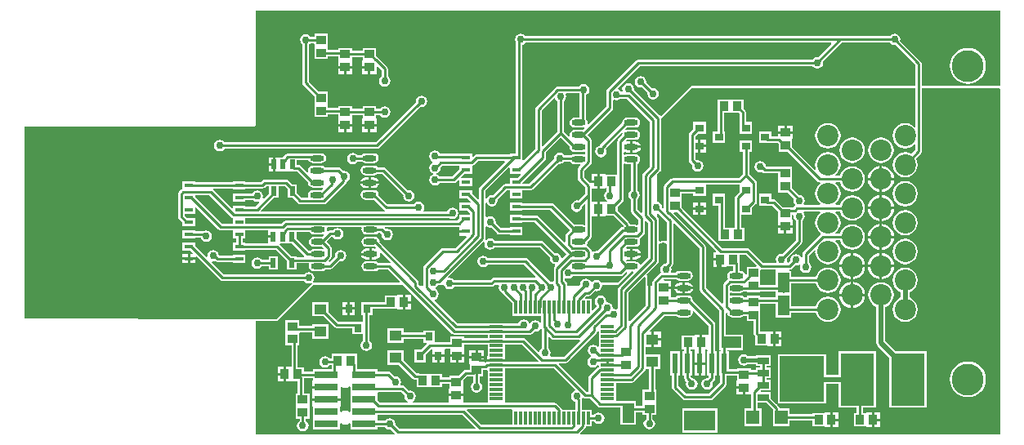
<source format=gtl>
G04*
G04 #@! TF.GenerationSoftware,Altium Limited,Altium Designer,19.0.14 (431)*
G04*
G04 Layer_Physical_Order=1*
G04 Layer_Color=255*
%FSLAX25Y25*%
%MOIN*%
G70*
G01*
G75*
%ADD15C,0.01000*%
%ADD16R,0.03500X0.01654*%
%ADD17O,0.05709X0.02362*%
%ADD18R,0.03543X0.03937*%
%ADD19R,0.03543X0.03150*%
%ADD20R,0.03937X0.03543*%
%ADD21R,0.03150X0.03543*%
%ADD22R,0.05118X0.04331*%
%ADD23R,0.09449X0.02992*%
%ADD24R,0.08071X0.04528*%
%ADD25R,0.04528X0.08071*%
%ADD26R,0.05315X0.01181*%
%ADD27R,0.01181X0.05315*%
%ADD28R,0.02362X0.08268*%
%ADD29R,0.12598X0.08268*%
%ADD30R,0.18110X0.18504*%
%ADD31R,0.04528X0.02756*%
%ADD32R,0.05315X0.05709*%
%ADD33R,0.13780X0.21457*%
%ADD34R,0.02362X0.03937*%
%ADD57C,0.02000*%
%ADD58C,0.01500*%
%ADD59C,0.12992*%
%ADD60C,0.08661*%
%ADD61C,0.03000*%
G36*
X330196Y160417D02*
X324802Y155023D01*
X324410Y155101D01*
X323512Y154922D01*
X322751Y154414D01*
X322529Y154081D01*
X251552D01*
X251045Y153981D01*
X250615Y153693D01*
X238782Y141861D01*
X238495Y141431D01*
X238394Y140924D01*
Y134895D01*
X231122Y127622D01*
X230661Y127869D01*
X230760Y128366D01*
X230606Y129139D01*
X230169Y129794D01*
X230121Y129826D01*
Y139596D01*
X230836Y140074D01*
X231345Y140835D01*
X231523Y141732D01*
X231345Y142630D01*
X230836Y143391D01*
X230075Y143899D01*
X229178Y144077D01*
X228280Y143899D01*
X227520Y143391D01*
X227327Y143102D01*
X218525D01*
X218018Y143001D01*
X217588Y142714D01*
X209648Y134774D01*
X209361Y134344D01*
X209260Y133837D01*
Y117644D01*
X204587Y112971D01*
X204125Y113162D01*
Y114206D01*
X204150Y114334D01*
Y159980D01*
X204441Y160038D01*
X205202Y160547D01*
X205424Y160879D01*
X330005D01*
X330196Y160417D01*
D02*
G37*
G36*
X354247Y160547D02*
X355008Y160038D01*
X355906Y159860D01*
X356298Y159938D01*
X364542Y151694D01*
Y143335D01*
X273228Y143335D01*
X273228Y143335D01*
X272916Y143273D01*
X272652Y143096D01*
X260707Y131152D01*
X260046Y131198D01*
X249511Y141734D01*
X249589Y142126D01*
X249411Y143023D01*
X248902Y143784D01*
X248142Y144292D01*
X247244Y144471D01*
X246347Y144292D01*
X245586Y143784D01*
X245077Y143023D01*
X244899Y142126D01*
X245022Y141506D01*
X244697Y141012D01*
X244655Y140987D01*
X244474Y140978D01*
X244178Y141422D01*
X243417Y141930D01*
X243256Y141962D01*
X243111Y142441D01*
X252101Y151430D01*
X322529D01*
X322751Y151098D01*
X323512Y150589D01*
X324410Y150411D01*
X325307Y150589D01*
X326068Y151098D01*
X326576Y151858D01*
X326754Y152756D01*
X326676Y153148D01*
X334407Y160879D01*
X354025D01*
X354247Y160547D01*
D02*
G37*
G36*
X398985Y173980D02*
X398985Y143775D01*
X398631Y143335D01*
X398631Y143335D01*
X367192Y143335D01*
Y152243D01*
X367192Y152243D01*
X367091Y152751D01*
X366804Y153181D01*
X358172Y161812D01*
X358251Y162205D01*
X358072Y163102D01*
X357564Y163863D01*
X356803Y164371D01*
X355906Y164550D01*
X355008Y164371D01*
X354247Y163863D01*
X354025Y163530D01*
X333858D01*
X333858Y163530D01*
X333858Y163530D01*
X205424D01*
X205202Y163863D01*
X204441Y164371D01*
X203543Y164550D01*
X202646Y164371D01*
X201885Y163863D01*
X201377Y163102D01*
X201198Y162205D01*
X201377Y161307D01*
X201527Y161083D01*
X201499Y160945D01*
Y115634D01*
X199025D01*
Y115333D01*
X185518D01*
X185010Y115232D01*
X184580Y114945D01*
X184114Y114479D01*
X183652Y114670D01*
Y115634D01*
X178552D01*
Y115613D01*
X170571D01*
X170162Y116225D01*
X169401Y116734D01*
X168504Y116912D01*
X167606Y116734D01*
X166846Y116225D01*
X166337Y115464D01*
X166159Y114567D01*
X166337Y113670D01*
X166846Y112909D01*
X167484Y112483D01*
X167515Y112363D01*
Y112046D01*
X167484Y111927D01*
X166846Y111501D01*
X166337Y110740D01*
X166159Y109843D01*
X166337Y108945D01*
X166846Y108184D01*
X167606Y107676D01*
X167828Y107632D01*
Y107122D01*
X167606Y107078D01*
X166846Y106570D01*
X166337Y105809D01*
X166159Y104911D01*
X166337Y104014D01*
X166846Y103253D01*
X167606Y102745D01*
X168504Y102566D01*
X169401Y102745D01*
X170162Y103253D01*
X170385Y103586D01*
X176083D01*
X176590Y103687D01*
X177020Y103974D01*
X178090Y105044D01*
X178552Y104853D01*
Y102381D01*
X183652D01*
Y105634D01*
X179334D01*
X179142Y106096D01*
X180427Y107381D01*
X183652D01*
Y110608D01*
X183898Y110656D01*
X184328Y110944D01*
X186067Y112682D01*
X196798D01*
X196990Y112220D01*
X186815Y102046D01*
X186528Y101616D01*
X186427Y101109D01*
Y97134D01*
X185965Y96943D01*
X183652Y99255D01*
Y100635D01*
X178552D01*
Y97381D01*
X181778D01*
X183062Y96096D01*
X182871Y95635D01*
X178552D01*
Y92381D01*
X181778D01*
X182827Y91332D01*
Y90635D01*
X178552D01*
Y89255D01*
X177797Y88500D01*
X107889D01*
X107382Y88399D01*
X106952Y88112D01*
X105834Y86994D01*
X91133D01*
Y89343D01*
X174379D01*
X174424Y89352D01*
X174693Y89172D01*
X175591Y88994D01*
X176488Y89172D01*
X177249Y89680D01*
X177757Y90441D01*
X177936Y91339D01*
X177757Y92236D01*
X177249Y92997D01*
X176488Y93505D01*
X175591Y93684D01*
X174693Y93505D01*
X173932Y92997D01*
X173424Y92236D01*
X173376Y91994D01*
X164038D01*
X163771Y92494D01*
X163978Y92803D01*
X164156Y93701D01*
X163978Y94598D01*
X163469Y95359D01*
X162708Y95867D01*
X161811Y96046D01*
X160914Y95867D01*
X160153Y95359D01*
X159931Y95026D01*
X149151D01*
X145500Y98678D01*
X145524Y98799D01*
X145370Y99572D01*
X144932Y100227D01*
X144277Y100665D01*
X143504Y100819D01*
X140157D01*
X139384Y100665D01*
X138729Y100227D01*
X138291Y99572D01*
X138138Y98799D01*
X138291Y98026D01*
X138729Y97371D01*
X139384Y96933D01*
X140157Y96779D01*
X143504D01*
X143625Y96803D01*
X147665Y92764D01*
X148068Y92494D01*
X148075Y92457D01*
X147857Y91994D01*
X97671D01*
X97480Y92456D01*
X102649Y97625D01*
X104737D01*
Y102337D01*
X107206D01*
X108255Y101288D01*
Y97625D01*
X110343D01*
X112587Y95381D01*
X113017Y95094D01*
X113524Y94993D01*
X123075D01*
X123582Y95094D01*
X124012Y95381D01*
X132051Y103419D01*
X132338Y103849D01*
X132395Y104133D01*
X133154Y104641D01*
X133663Y105402D01*
X133841Y106299D01*
X133663Y107197D01*
X133154Y107957D01*
X132394Y108466D01*
X131496Y108644D01*
X131104Y108566D01*
X129933Y109737D01*
X129503Y110024D01*
X128996Y110125D01*
X123544D01*
X123476Y110228D01*
X122820Y110665D01*
X122047Y110819D01*
X118701D01*
X117928Y110665D01*
X117272Y110228D01*
X116835Y109572D01*
X116681Y108799D01*
X116780Y108302D01*
X116319Y108055D01*
X113685Y110689D01*
X113255Y110977D01*
X112748Y111077D01*
X112217D01*
Y113163D01*
X116807D01*
X116835Y113026D01*
X117272Y112371D01*
X117928Y111933D01*
X118701Y111779D01*
X122047D01*
X122820Y111933D01*
X123476Y112371D01*
X123913Y113026D01*
X124067Y113799D01*
X123913Y114572D01*
X123476Y115227D01*
X122820Y115665D01*
X122047Y115819D01*
X118701D01*
X118154Y115710D01*
X118150Y115714D01*
X117642Y115814D01*
X108517D01*
X108009Y115714D01*
X107579Y115426D01*
X106818Y114665D01*
X106530Y114235D01*
X106482Y113989D01*
X104937D01*
Y114189D01*
X103256D01*
Y111221D01*
Y108252D01*
X104937D01*
Y108452D01*
X110789D01*
X110917Y108426D01*
X112199D01*
X116705Y103920D01*
X116681Y103799D01*
X116835Y103026D01*
X117272Y102371D01*
X117928Y101933D01*
X118701Y101779D01*
X122047D01*
X122545Y101878D01*
X122791Y101417D01*
X122169Y100795D01*
X122047Y100819D01*
X118701D01*
X117928Y100665D01*
X117272Y100227D01*
X116835Y99572D01*
X116681Y98799D01*
X116811Y98144D01*
X116535Y97644D01*
X114073D01*
X112217Y99500D01*
Y103162D01*
X110130D01*
X108692Y104599D01*
X108262Y104887D01*
X107755Y104988D01*
X99064D01*
X98557Y104887D01*
X98127Y104599D01*
X97648Y104121D01*
X91133D01*
Y104422D01*
X86033D01*
Y104121D01*
X70660D01*
Y104422D01*
X65560D01*
Y101196D01*
X65315Y101147D01*
X64885Y100859D01*
X64123Y100098D01*
X63836Y99668D01*
X63735Y99160D01*
Y89922D01*
X63836Y89415D01*
X64123Y88985D01*
X65560Y87548D01*
Y86168D01*
X70660D01*
Y89422D01*
X67435D01*
X66386Y90471D01*
Y91168D01*
X70660D01*
Y93641D01*
X71122Y93832D01*
X80223Y84731D01*
X80653Y84444D01*
X81160Y84343D01*
X86033D01*
Y81169D01*
X87257D01*
Y79422D01*
X86033D01*
Y76169D01*
X91133D01*
Y76470D01*
X103447D01*
X108058Y71859D01*
Y68196D01*
X112021D01*
Y70859D01*
X116974D01*
X117212Y70359D01*
X117075Y69665D01*
X117228Y68892D01*
X117666Y68237D01*
X118322Y67799D01*
X119095Y67645D01*
X122441D01*
X123214Y67799D01*
X123869Y68237D01*
X124000Y68432D01*
X125663D01*
X126171Y68533D01*
X126601Y68821D01*
X129529Y71749D01*
X129921Y71671D01*
X130819Y71849D01*
X131579Y72357D01*
X132088Y73118D01*
X132266Y74016D01*
X132088Y74913D01*
X131579Y75674D01*
X130819Y76182D01*
X129921Y76361D01*
X129024Y76182D01*
X128263Y75674D01*
X127755Y74913D01*
X127576Y74016D01*
X127654Y73623D01*
X125380Y71349D01*
X125243Y71377D01*
X125078Y71919D01*
X125859Y72700D01*
X126147Y73130D01*
X126248Y73638D01*
Y77184D01*
X126248Y77184D01*
X126147Y77692D01*
X125859Y78122D01*
X124437Y79544D01*
X124461Y79665D01*
X124437Y79787D01*
X126221Y81571D01*
X126860D01*
X127082Y81238D01*
X127843Y80730D01*
X128740Y80551D01*
X129638Y80730D01*
X130398Y81238D01*
X130907Y81999D01*
X131085Y82896D01*
X130907Y83794D01*
X130398Y84554D01*
X129638Y85063D01*
X128740Y85241D01*
X127843Y85063D01*
X127082Y84554D01*
X126860Y84222D01*
X125672D01*
X125165Y84121D01*
X124816Y83888D01*
X124554Y83995D01*
X124362Y84168D01*
X124461Y84665D01*
X124325Y85349D01*
X124588Y85849D01*
X138404D01*
X138667Y85349D01*
X138531Y84665D01*
X138685Y83892D01*
X139123Y83237D01*
X139778Y82799D01*
X140551Y82645D01*
X143898D01*
X144671Y82799D01*
X145326Y83237D01*
X145356Y83282D01*
X146189D01*
X146720Y82752D01*
X146705Y82677D01*
X146884Y81780D01*
X147392Y81019D01*
X148153Y80511D01*
X149050Y80332D01*
X149948Y80511D01*
X150709Y81019D01*
X151217Y81780D01*
X151396Y82677D01*
X151217Y83575D01*
X150709Y84335D01*
X149948Y84844D01*
X149050Y85022D01*
X148340Y84881D01*
X147871Y85349D01*
X148079Y85849D01*
X177858D01*
X178346Y85835D01*
X178352Y85377D01*
Y84508D01*
X181102D01*
Y83508D01*
X178352D01*
Y82181D01*
X181163D01*
X181354Y81719D01*
X176789Y77154D01*
X171731D01*
X171223Y77053D01*
X170793Y76766D01*
X163979Y69951D01*
X163692Y69521D01*
X163591Y69014D01*
Y61632D01*
X162267D01*
X161832Y62067D01*
Y63056D01*
X161731Y63564D01*
X161444Y63994D01*
X145893Y79544D01*
X145918Y79665D01*
X145764Y80438D01*
X145326Y81094D01*
X144671Y81532D01*
X143898Y81685D01*
X140551D01*
X139778Y81532D01*
X139123Y81094D01*
X138685Y80438D01*
X138531Y79665D01*
X138685Y78892D01*
X139123Y78237D01*
X139778Y77799D01*
X140551Y77645D01*
X143898D01*
X144019Y77670D01*
X144387Y77302D01*
X144141Y76841D01*
X143898Y76889D01*
X142724D01*
Y74665D01*
Y72442D01*
X143898D01*
X144749Y72611D01*
X145470Y73093D01*
X145952Y73814D01*
X146122Y74665D01*
X146073Y74908D01*
X146534Y75155D01*
X150281Y71408D01*
X150034Y70947D01*
X149813Y70991D01*
X145395D01*
X145326Y71094D01*
X144671Y71531D01*
X143898Y71685D01*
X140551D01*
X139778Y71531D01*
X139123Y71094D01*
X138685Y70438D01*
X138531Y69665D01*
X138685Y68892D01*
X139123Y68237D01*
X139778Y67799D01*
X140551Y67645D01*
X143898D01*
X144671Y67799D01*
X145326Y68237D01*
X145395Y68340D01*
X149265D01*
X154154Y63450D01*
X153963Y62988D01*
X119161Y62988D01*
X118898Y62936D01*
X118749Y63112D01*
X118620Y63352D01*
X119096Y64063D01*
X119274Y64961D01*
X119096Y65858D01*
X118587Y66619D01*
X117826Y67127D01*
X116929Y67306D01*
X116032Y67127D01*
X115271Y66619D01*
X115049Y66286D01*
X82417D01*
X77440Y71263D01*
X77687Y71724D01*
X77953Y71671D01*
X78804Y71840D01*
X79207Y71571D01*
X79714Y71470D01*
X79715Y71470D01*
X86033D01*
Y71169D01*
X91133D01*
Y74422D01*
X86033D01*
Y74121D01*
X80277D01*
X80119Y74913D01*
X79611Y75674D01*
X78850Y76182D01*
X77953Y76361D01*
X77055Y76182D01*
X76295Y75674D01*
X75786Y74913D01*
X75608Y74016D01*
X75661Y73750D01*
X75200Y73503D01*
X70660Y78043D01*
Y79422D01*
X65560D01*
Y76169D01*
X68786D01*
X69870Y75084D01*
X69679Y74622D01*
X68610D01*
Y73295D01*
X70860D01*
Y73441D01*
X71322Y73632D01*
X80931Y64023D01*
X81361Y63736D01*
X81868Y63635D01*
X115049D01*
X115271Y63302D01*
X116032Y62794D01*
X116929Y62616D01*
X117826Y62794D01*
X118113Y62985D01*
X118432Y62597D01*
X103894Y48060D01*
X95304D01*
X94992Y47998D01*
X94896Y47934D01*
X94800Y47998D01*
X94488Y48060D01*
X47818D01*
X47634Y48183D01*
X47634Y48183D01*
X47243Y48261D01*
X1020Y48262D01*
X1021Y126739D01*
X94487D01*
X94671Y126776D01*
X94877Y126817D01*
X94877Y126817D01*
X94877Y126817D01*
X95030Y126920D01*
X95208Y127038D01*
X95208Y127038D01*
X95208Y127038D01*
X95326Y127215D01*
X95429Y127369D01*
X95429Y127369D01*
X95429Y127369D01*
X95469Y127574D01*
X95506Y127759D01*
X95511Y173982D01*
X352760D01*
X398985Y173980D01*
D02*
G37*
G36*
X245499Y138001D02*
X246737D01*
X256056Y128681D01*
Y110486D01*
X253321Y107750D01*
X253034Y107320D01*
X252933Y106813D01*
Y91673D01*
X252471Y91481D01*
X250943Y93009D01*
Y96927D01*
X251276Y97149D01*
X251784Y97910D01*
X251963Y98808D01*
X251784Y99705D01*
X251276Y100466D01*
X250943Y100688D01*
Y111495D01*
X250970Y111500D01*
X251625Y111938D01*
X252063Y112593D01*
X252217Y113366D01*
X252063Y114139D01*
X251625Y114794D01*
X250970Y115232D01*
X250197Y115386D01*
X246850D01*
X246077Y115232D01*
X245923Y115129D01*
X245483Y115365D01*
Y116127D01*
X245923Y116362D01*
X245999Y116312D01*
X246850Y116142D01*
X248024D01*
Y118366D01*
Y120590D01*
X246850D01*
X246607Y120542D01*
X246361Y121002D01*
X246729Y121370D01*
X246850Y121346D01*
X250197D01*
X250970Y121500D01*
X251625Y121938D01*
X252063Y122593D01*
X252217Y123366D01*
X252063Y124139D01*
X251625Y124794D01*
X250970Y125232D01*
X250197Y125386D01*
X246850D01*
X246353Y125287D01*
X246107Y125748D01*
X246729Y126370D01*
X246850Y126346D01*
X250197D01*
X250970Y126500D01*
X251625Y126938D01*
X252063Y127593D01*
X252217Y128366D01*
X252063Y129139D01*
X251625Y129794D01*
X250970Y130232D01*
X250197Y130386D01*
X246850D01*
X246077Y130232D01*
X245422Y129794D01*
X244984Y129139D01*
X244830Y128366D01*
X244855Y128245D01*
X235666Y119056D01*
X235445Y118726D01*
X235323Y118702D01*
X234562Y118194D01*
X234054Y117433D01*
X233875Y116535D01*
X234054Y115638D01*
X234562Y114877D01*
X235323Y114369D01*
X236221Y114190D01*
X237118Y114369D01*
X237879Y114877D01*
X238387Y115638D01*
X238565Y116535D01*
X238387Y117433D01*
X238148Y117790D01*
X244469Y124110D01*
X244929Y123864D01*
X244830Y123366D01*
X244855Y123245D01*
X243220Y121610D01*
X242933Y121180D01*
X242832Y120673D01*
Y107099D01*
X237910D01*
Y107299D01*
X235638D01*
Y104331D01*
Y101362D01*
X237910D01*
Y101562D01*
X238438D01*
Y100305D01*
X238106Y100083D01*
X237597Y99322D01*
X237419Y98425D01*
X237597Y97528D01*
X238106Y96767D01*
X238686Y96379D01*
X238535Y95879D01*
X237910D01*
Y96079D01*
X235638D01*
Y93110D01*
Y90142D01*
X237910D01*
Y90342D01*
X241150D01*
X245264Y86227D01*
Y85813D01*
X245179Y85686D01*
X244990D01*
X244483Y85585D01*
X244053Y85298D01*
X234645Y75889D01*
X234252Y75967D01*
X233355Y75789D01*
X233047Y75583D01*
X232909Y75601D01*
X232511Y75827D01*
X232446Y76156D01*
X232158Y76586D01*
X230686Y78058D01*
X230560Y78143D01*
X230463Y78633D01*
X230606Y78848D01*
X230760Y79621D01*
X230736Y79742D01*
X232158Y81165D01*
X232446Y81595D01*
X232547Y82102D01*
X232547Y82102D01*
Y90142D01*
X234638D01*
Y93110D01*
Y96079D01*
X232547D01*
Y98720D01*
Y101362D01*
X234638D01*
Y103831D01*
X232366D01*
Y103750D01*
X231866Y103543D01*
X229331Y106078D01*
Y108574D01*
X232158Y111401D01*
X232446Y111831D01*
X232547Y112338D01*
Y120885D01*
X232547Y120885D01*
X232446Y121392D01*
X232158Y121822D01*
X230736Y123245D01*
X230760Y123366D01*
X230736Y123487D01*
X240657Y133408D01*
X240944Y133838D01*
X241045Y134346D01*
Y137452D01*
X241486Y137688D01*
X241622Y137597D01*
X242520Y137419D01*
X243417Y137597D01*
X244103Y138056D01*
X245221D01*
X245499Y138001D01*
D02*
G37*
G36*
X398985Y142166D02*
X398984Y1018D01*
X227924Y1019D01*
X227733Y1481D01*
X229796Y3544D01*
X230084Y3974D01*
X230133Y4220D01*
X232296D01*
Y6352D01*
X233346D01*
X233568Y6019D01*
X234329Y5511D01*
X235226Y5332D01*
X236123Y5511D01*
X236884Y6019D01*
X237393Y6780D01*
X237571Y7677D01*
X237393Y8575D01*
X236884Y9335D01*
X236123Y9844D01*
X235226Y10022D01*
X234329Y9844D01*
X233568Y9335D01*
X233346Y9003D01*
X232296D01*
Y11135D01*
X228294D01*
Y15313D01*
X228281Y15379D01*
X228454Y15638D01*
X228484Y15791D01*
X229022Y15932D01*
X229315Y15736D01*
X229822Y15635D01*
X231734D01*
X234929Y12441D01*
X235359Y12153D01*
X235866Y12053D01*
X244180D01*
Y5007D01*
X250308D01*
Y10084D01*
X253137D01*
Y8944D01*
X254580D01*
Y7392D01*
X254247Y7170D01*
X253739Y6409D01*
X253560Y5512D01*
X253739Y4614D01*
X254247Y3854D01*
X255008Y3345D01*
X255906Y3167D01*
X256803Y3345D01*
X257564Y3854D01*
X258072Y4614D01*
X258251Y5512D01*
X258072Y6409D01*
X257564Y7170D01*
X257231Y7392D01*
Y8944D01*
X258674D01*
Y14087D01*
X258674D01*
Y14259D01*
X258674D01*
Y19402D01*
X258321D01*
Y27743D01*
X260446D01*
Y33674D01*
X254553D01*
Y36598D01*
X256587D01*
Y39764D01*
Y42929D01*
X256217D01*
X256026Y43391D01*
X262077Y49442D01*
X266810D01*
X266879Y49339D01*
X267534Y48902D01*
X268307Y48748D01*
X271654D01*
X272427Y48902D01*
X273082Y49339D01*
X273520Y49995D01*
X273674Y50768D01*
X273574Y51265D01*
X274035Y51512D01*
X280151Y45396D01*
Y41922D01*
X279839Y41551D01*
X279651Y41551D01*
X277567D01*
Y38583D01*
X276567D01*
Y41551D01*
X274295D01*
Y41351D01*
X269180D01*
Y35814D01*
X270151D01*
Y34954D01*
X269495D01*
Y25086D01*
X270151D01*
Y23947D01*
X270252Y23439D01*
X270539Y23009D01*
X271051Y22497D01*
X270883Y21654D01*
X271062Y20756D01*
X271570Y19995D01*
X272331Y19487D01*
X273228Y19308D01*
X274126Y19487D01*
X274887Y19995D01*
X275395Y20756D01*
X275573Y21654D01*
X275395Y22551D01*
X274887Y23312D01*
X274126Y23820D01*
X273317Y23981D01*
X272802Y24496D01*
Y25086D01*
X273458D01*
Y34954D01*
X272802D01*
Y35814D01*
X273862D01*
X274295Y35614D01*
X274295Y35154D01*
X274295Y35114D01*
Y30520D01*
X278658D01*
Y35114D01*
X278658Y35154D01*
X278752Y35614D01*
X279497Y35614D01*
X279816Y35114D01*
X279741Y34954D01*
X279495D01*
Y25086D01*
X280151D01*
Y24496D01*
X279632Y23978D01*
X279528Y23999D01*
X278630Y23820D01*
X277869Y23312D01*
X277361Y22551D01*
X277183Y21654D01*
X277361Y20756D01*
X277869Y19995D01*
X278630Y19487D01*
X279528Y19308D01*
X280425Y19487D01*
X281186Y19995D01*
X281694Y20756D01*
X281873Y21654D01*
X281737Y22334D01*
X282414Y23010D01*
X282701Y23440D01*
X282802Y23947D01*
Y25086D01*
X283457D01*
Y34954D01*
X282802D01*
Y45945D01*
X282701Y46452D01*
X282414Y46882D01*
X273649Y55646D01*
X273674Y55768D01*
X273520Y56541D01*
X273082Y57196D01*
X272427Y57634D01*
X271654Y57788D01*
X268307D01*
X267534Y57634D01*
X266879Y57196D01*
X266705Y56936D01*
X264580D01*
Y58153D01*
X264779D01*
Y60425D01*
X261811D01*
Y61425D01*
X264779D01*
Y63697D01*
X262043D01*
X261776Y64197D01*
X261831Y64280D01*
X266968D01*
X267534Y63902D01*
X268307Y63748D01*
X271654D01*
X272427Y63902D01*
X273082Y64339D01*
X273520Y64995D01*
X273674Y65768D01*
X273520Y66541D01*
X273082Y67196D01*
X272427Y67634D01*
X271654Y67788D01*
X268307D01*
X267534Y67634D01*
X266879Y67196D01*
X266702Y66931D01*
X264910D01*
X264674Y67372D01*
X264765Y67508D01*
X264944Y68405D01*
X264776Y69249D01*
X265253Y69727D01*
X265540Y70157D01*
X265641Y70664D01*
Y87034D01*
X266103Y87225D01*
X276278Y77051D01*
Y60383D01*
X276379Y59876D01*
X276666Y59446D01*
X284509Y51602D01*
Y40347D01*
X284535Y40218D01*
Y35519D01*
X285151D01*
Y34954D01*
X284495D01*
Y25086D01*
X284894D01*
Y22267D01*
X280192Y17566D01*
X270977D01*
X267862Y20681D01*
Y25086D01*
X268458D01*
Y34954D01*
X264495D01*
Y25086D01*
X265211D01*
Y20132D01*
X265312Y19625D01*
X265599Y19195D01*
X269491Y15303D01*
X269921Y15016D01*
X270428Y14915D01*
X280741D01*
X281249Y15016D01*
X281679Y15303D01*
X287157Y20781D01*
X287444Y21211D01*
X287545Y21719D01*
Y25060D01*
X291720D01*
Y22949D01*
X291520D01*
Y20677D01*
X294488D01*
Y20177D01*
X294988D01*
Y17405D01*
X297457D01*
X297473Y16912D01*
Y11528D01*
X294672D01*
Y4220D01*
X301587D01*
Y11528D01*
X300124D01*
Y13924D01*
X303552D01*
X306261Y11215D01*
Y10031D01*
X306287Y9904D01*
Y4220D01*
X313202D01*
Y6549D01*
X322330D01*
Y4199D01*
X327445D01*
Y3999D01*
X329716D01*
Y6968D01*
Y9936D01*
X327445D01*
Y9736D01*
X322330D01*
Y9200D01*
X313202D01*
Y11528D01*
X308912D01*
Y11764D01*
X308811Y12271D01*
X308524Y12701D01*
X308118Y13107D01*
X308382Y13550D01*
X308703Y13550D01*
X327965D01*
Y21688D01*
X333157D01*
Y11995D01*
X340505D01*
Y9736D01*
X339259D01*
Y4199D01*
X344374D01*
Y3999D01*
X346646D01*
Y6968D01*
Y9936D01*
X344374D01*
Y9736D01*
X343156D01*
Y11995D01*
X348536D01*
Y35052D01*
X333157D01*
Y25359D01*
X327965D01*
Y33654D01*
X308255D01*
Y14032D01*
X308255Y13677D01*
X307812Y13413D01*
X305426Y15799D01*
Y18280D01*
X301607D01*
X301352Y18780D01*
X301456Y18924D01*
X305426D01*
Y23280D01*
X303688D01*
Y23924D01*
X305426D01*
Y28280D01*
X303688D01*
Y28924D01*
X305426D01*
Y33280D01*
X299298D01*
Y32880D01*
X296330D01*
X296146Y33154D01*
X295386Y33663D01*
X294488Y33841D01*
X293591Y33663D01*
X292830Y33154D01*
X292322Y32394D01*
X292143Y31496D01*
X292322Y30599D01*
X292830Y29838D01*
X293591Y29329D01*
X294488Y29151D01*
X295386Y29329D01*
X295968Y29719D01*
X299298D01*
Y28924D01*
X301037D01*
Y28280D01*
X299298D01*
Y27428D01*
X297257D01*
Y28064D01*
X291720D01*
Y27711D01*
X288457D01*
Y34954D01*
X287802D01*
Y35519D01*
X294205D01*
Y41647D01*
X287160D01*
Y50388D01*
X287660Y50649D01*
X287785Y50561D01*
X287898Y49995D01*
X288335Y49339D01*
X288991Y48902D01*
X289764Y48748D01*
X293110D01*
X293883Y48902D01*
X294538Y49339D01*
X294607Y49442D01*
X295657D01*
Y47232D01*
X298568D01*
Y42134D01*
X298669Y41627D01*
X298956Y41197D01*
X299102Y41052D01*
Y37389D01*
X304217D01*
Y37189D01*
X306488D01*
Y40157D01*
Y43126D01*
X304217D01*
Y42926D01*
X301219D01*
Y48531D01*
X301194Y48660D01*
Y52375D01*
X301194D01*
Y52547D01*
X301194D01*
Y54442D01*
X307566D01*
Y48708D01*
X313694D01*
Y50741D01*
X323740D01*
X323742Y50728D01*
X324258Y49479D01*
X325081Y48408D01*
X326153Y47585D01*
X327401Y47068D01*
X328740Y46892D01*
X330080Y47068D01*
X331328Y47585D01*
X332399Y48408D01*
X333222Y49479D01*
X333739Y50728D01*
X333915Y52067D01*
X333739Y53406D01*
X333222Y54654D01*
X332399Y55726D01*
X331328Y56549D01*
X330080Y57066D01*
X328740Y57242D01*
X327401Y57066D01*
X326153Y56549D01*
X325081Y55726D01*
X324258Y54654D01*
X323742Y53406D01*
X323740Y53392D01*
X313694D01*
Y58157D01*
Y62552D01*
X323740D01*
X323742Y62539D01*
X324258Y61291D01*
X325081Y60219D01*
X326153Y59396D01*
X327401Y58879D01*
X328740Y58703D01*
X330080Y58879D01*
X331328Y59396D01*
X332399Y60219D01*
X333222Y61291D01*
X333739Y62539D01*
X333915Y63878D01*
X333739Y65217D01*
X333222Y66465D01*
X332399Y67537D01*
X331328Y68360D01*
X330080Y68877D01*
X328740Y69053D01*
X327401Y68877D01*
X326153Y68360D01*
X325081Y67537D01*
X324258Y66465D01*
X323742Y65217D01*
X323740Y65203D01*
X313694D01*
Y67828D01*
X313196D01*
X313147Y68328D01*
X313593Y68416D01*
X314023Y68704D01*
X315390Y70071D01*
X315782Y69993D01*
X316680Y70171D01*
X317100Y70452D01*
X317352Y70293D01*
X317505Y70121D01*
X317340Y69291D01*
X317518Y68394D01*
X318027Y67633D01*
X318788Y67125D01*
X319685Y66946D01*
X320583Y67125D01*
X321343Y67633D01*
X321852Y68394D01*
X322030Y69291D01*
X321852Y70189D01*
X321343Y70950D01*
X321010Y71172D01*
Y74048D01*
X323154Y76191D01*
X323602Y75970D01*
X323565Y75689D01*
X323742Y74350D01*
X324258Y73102D01*
X325081Y72030D01*
X326153Y71207D01*
X327401Y70690D01*
X328740Y70514D01*
X330080Y70690D01*
X331328Y71207D01*
X332399Y72030D01*
X333222Y73102D01*
X333739Y74350D01*
X333915Y75689D01*
X333739Y77028D01*
X333222Y78276D01*
X332399Y79348D01*
X331851Y79769D01*
X332021Y80269D01*
X333582D01*
X333584Y80255D01*
X334101Y79007D01*
X334923Y77935D01*
X335995Y77113D01*
X337243Y76596D01*
X338583Y76420D01*
X339922Y76596D01*
X341170Y77113D01*
X342242Y77935D01*
X343064Y79007D01*
X343581Y80255D01*
X343758Y81595D01*
X343581Y82934D01*
X343064Y84182D01*
X342242Y85254D01*
X341170Y86076D01*
X339922Y86593D01*
X338583Y86769D01*
X337243Y86593D01*
X335995Y86076D01*
X334923Y85254D01*
X334101Y84182D01*
X333584Y82934D01*
X333582Y82920D01*
X332021D01*
X331851Y83420D01*
X332399Y83841D01*
X333222Y84913D01*
X333739Y86161D01*
X333915Y87500D01*
X333739Y88839D01*
X333222Y90087D01*
X332399Y91159D01*
X331851Y91580D01*
X332021Y92080D01*
X333582D01*
X333584Y92066D01*
X334101Y90818D01*
X334923Y89746D01*
X335995Y88924D01*
X337243Y88407D01*
X338583Y88231D01*
X339922Y88407D01*
X341170Y88924D01*
X342242Y89746D01*
X343064Y90818D01*
X343581Y92066D01*
X343758Y93405D01*
X343581Y94745D01*
X343064Y95993D01*
X342242Y97065D01*
X341170Y97887D01*
X339922Y98404D01*
X338583Y98580D01*
X337243Y98404D01*
X335995Y97887D01*
X334923Y97065D01*
X334101Y95993D01*
X333584Y94745D01*
X333582Y94731D01*
X332021D01*
X331851Y95231D01*
X332399Y95652D01*
X333222Y96724D01*
X333739Y97972D01*
X333915Y99311D01*
X333739Y100650D01*
X333222Y101899D01*
X332399Y102970D01*
X331851Y103391D01*
X332021Y103891D01*
X333582D01*
X333584Y103877D01*
X334101Y102629D01*
X334923Y101557D01*
X335995Y100735D01*
X337243Y100218D01*
X338583Y100041D01*
X339922Y100218D01*
X341170Y100735D01*
X342242Y101557D01*
X343064Y102629D01*
X343581Y103877D01*
X343758Y105217D01*
X343581Y106556D01*
X343064Y107804D01*
X342242Y108876D01*
X341170Y109698D01*
X339922Y110215D01*
X338583Y110391D01*
X337243Y110215D01*
X335995Y109698D01*
X334923Y108876D01*
X334101Y107804D01*
X333584Y106556D01*
X333582Y106542D01*
X332021D01*
X331851Y107042D01*
X332399Y107463D01*
X333222Y108535D01*
X333739Y109783D01*
X333915Y111122D01*
X333739Y112461D01*
X333222Y113709D01*
X332399Y114781D01*
X331328Y115604D01*
X330080Y116121D01*
X328740Y116297D01*
X327401Y116121D01*
X326153Y115604D01*
X325081Y114781D01*
X324258Y113709D01*
X323742Y112461D01*
X323565Y111122D01*
X323742Y109783D01*
X323976Y109215D01*
X323553Y108932D01*
X314186Y118299D01*
Y121539D01*
X314386D01*
Y123811D01*
X308449D01*
Y122692D01*
X305721D01*
Y124816D01*
X300578D01*
Y120066D01*
X304096D01*
X304224Y120041D01*
X308301D01*
X308649Y119693D01*
Y116424D01*
X312311D01*
X324456Y104279D01*
X324886Y103992D01*
X325394Y103891D01*
X325460D01*
X325629Y103391D01*
X325081Y102970D01*
X324258Y101899D01*
X323742Y100650D01*
X323565Y99311D01*
X323742Y97972D01*
X324258Y96724D01*
X325081Y95652D01*
X325629Y95231D01*
X325460Y94731D01*
X319144D01*
X318876Y95231D01*
X319096Y95559D01*
X319274Y96457D01*
X319096Y97354D01*
X318587Y98115D01*
X317827Y98623D01*
X316956Y98796D01*
X314087Y101665D01*
Y104605D01*
X314087Y104934D01*
X314087Y105434D01*
Y110249D01*
X310175D01*
X310047Y110274D01*
X303559D01*
X303509Y110324D01*
X303348Y111134D01*
X302839Y111894D01*
X302079Y112403D01*
X301181Y112581D01*
X300284Y112403D01*
X299523Y111894D01*
X299015Y111134D01*
X298836Y110236D01*
X299015Y109339D01*
X299523Y108578D01*
X300284Y108070D01*
X301181Y107891D01*
X302025Y108059D01*
X302072Y108012D01*
X302502Y107724D01*
X303010Y107623D01*
X308550D01*
Y105434D01*
X308550Y105105D01*
X308550Y104605D01*
Y99791D01*
X312213D01*
X314744Y97260D01*
X314584Y96457D01*
X314763Y95559D01*
X315271Y94798D01*
X315189Y94252D01*
X314775Y93837D01*
X312591D01*
X312462Y93812D01*
X310425D01*
X307524Y96713D01*
X307094Y97000D01*
X306587Y97101D01*
X305721D01*
Y99225D01*
X300578D01*
Y94476D01*
X304096D01*
X304224Y94450D01*
X306038D01*
X308550Y91937D01*
Y88697D01*
X308350D01*
Y86425D01*
X311319D01*
X314287D01*
Y88697D01*
X314087D01*
Y90642D01*
X314177Y90673D01*
X314611Y90294D01*
X314584Y90158D01*
X314763Y89260D01*
X315271Y88499D01*
X315604Y88277D01*
Y80077D01*
X310235Y74708D01*
X309842Y74786D01*
X308945Y74607D01*
X308184Y74099D01*
X307676Y73338D01*
X307498Y72441D01*
X307676Y71544D01*
X307767Y71407D01*
X307531Y70966D01*
X302441D01*
X296761Y76647D01*
X296330Y76934D01*
X295823Y77035D01*
X285719D01*
X269160Y93594D01*
Y96863D01*
X269160D01*
Y97035D01*
X269160D01*
Y99265D01*
X273806D01*
Y98216D01*
X278950D01*
Y102965D01*
X279448Y102969D01*
X292205D01*
X292704Y102965D01*
X292704Y102536D01*
Y100090D01*
X291267Y98653D01*
X290979Y98223D01*
X290879Y97716D01*
Y85799D01*
X290525Y85446D01*
X289456Y85446D01*
X288956Y85446D01*
X286849D01*
Y95776D01*
X286824Y95904D01*
Y99225D01*
X281680D01*
Y94476D01*
X284198D01*
Y85446D01*
X284141D01*
Y79909D01*
X288956D01*
X289284Y79909D01*
X289784Y79909D01*
X294599D01*
Y85446D01*
X293529D01*
Y90736D01*
X297847D01*
Y93611D01*
X299285Y95048D01*
X299572Y95478D01*
X299673Y95985D01*
Y103601D01*
X299572Y104108D01*
X299285Y104538D01*
X296601Y107221D01*
Y116326D01*
X297847D01*
Y121076D01*
X292704D01*
Y116326D01*
X293950D01*
Y107221D01*
X292349Y105620D01*
X265501D01*
X264994Y105519D01*
X264564Y105232D01*
X262186Y102854D01*
X261899Y102424D01*
X261798Y101916D01*
Y93672D01*
X261298Y93443D01*
X261157Y93564D01*
X261203Y93799D01*
X261025Y94697D01*
X260517Y95457D01*
X259756Y95966D01*
X259075Y96101D01*
Y107210D01*
X260288Y108423D01*
X260575Y108853D01*
X260676Y109360D01*
Y129967D01*
X273228Y142520D01*
X364542Y142520D01*
Y126528D01*
X364068Y126367D01*
X363896Y126592D01*
X362824Y127415D01*
X361576Y127932D01*
X360236Y128108D01*
X358897Y127932D01*
X357649Y127415D01*
X356577Y126592D01*
X355755Y125521D01*
X355238Y124273D01*
X355061Y122933D01*
X355238Y121594D01*
X355755Y120346D01*
X356577Y119274D01*
X357649Y118451D01*
X358897Y117934D01*
X360236Y117758D01*
X361576Y117934D01*
X362824Y118451D01*
X363896Y119274D01*
X364068Y119499D01*
X364542Y119338D01*
Y117302D01*
X362835Y115595D01*
X362824Y115604D01*
X361576Y116121D01*
X360236Y116297D01*
X358897Y116121D01*
X357649Y115604D01*
X356577Y114781D01*
X355755Y113709D01*
X355238Y112461D01*
X355061Y111122D01*
X355238Y109783D01*
X355755Y108535D01*
X356577Y107463D01*
X357649Y106640D01*
X358897Y106123D01*
X360236Y105947D01*
X361576Y106123D01*
X362824Y106640D01*
X363896Y107463D01*
X364718Y108535D01*
X365235Y109783D01*
X365411Y111122D01*
X365235Y112461D01*
X364718Y113709D01*
X364709Y113721D01*
X366804Y115815D01*
X367091Y116245D01*
X367192Y116753D01*
Y142520D01*
X398631Y142520D01*
X398985Y142166D01*
D02*
G37*
G36*
X227470Y140149D02*
Y130386D01*
X225394D01*
X224621Y130232D01*
X223965Y129794D01*
X223528Y129139D01*
X223374Y128366D01*
X223528Y127593D01*
X223965Y126938D01*
X224621Y126500D01*
X225394Y126346D01*
X228740D01*
X229238Y126445D01*
X229484Y125984D01*
X228861Y125362D01*
X228740Y125386D01*
X225394D01*
X224621Y125232D01*
X223965Y124794D01*
X223528Y124139D01*
X223374Y123366D01*
X223473Y122869D01*
X223012Y122622D01*
X221010Y124624D01*
Y137096D01*
X221343Y137318D01*
X221852Y138079D01*
X222030Y138976D01*
X221852Y139874D01*
X221761Y140010D01*
X221996Y140451D01*
X227268D01*
X227470Y140149D01*
D02*
G37*
G36*
X217487Y138240D02*
X217518Y138079D01*
X218027Y137318D01*
X218360Y137096D01*
Y124624D01*
X212373Y118637D01*
X211911Y118829D01*
Y133288D01*
X217008Y138385D01*
X217487Y138240D01*
D02*
G37*
G36*
X223398Y118487D02*
X223374Y118366D01*
X223528Y117593D01*
X223965Y116938D01*
X224621Y116500D01*
X225394Y116346D01*
X228740D01*
X229396Y116477D01*
X229896Y116200D01*
Y115532D01*
X229396Y115256D01*
X228740Y115386D01*
X225394D01*
X224621Y115232D01*
X224121Y114898D01*
X221310D01*
X220950Y115438D01*
X220189Y115946D01*
X219291Y116125D01*
X218394Y115946D01*
X217633Y115438D01*
X217125Y114677D01*
X216946Y113779D01*
X217024Y113387D01*
X206844Y103206D01*
X204125D01*
Y103760D01*
X213323Y112958D01*
X213610Y113388D01*
X213711Y113895D01*
Y116226D01*
X219685Y122200D01*
X223398Y118487D01*
D02*
G37*
G36*
X223965Y111938D02*
X224621Y111500D01*
X225394Y111346D01*
X227701D01*
X227893Y110884D01*
X227069Y110060D01*
X226781Y109630D01*
X226680Y109123D01*
Y105529D01*
X226781Y105022D01*
X227069Y104592D01*
X229896Y101765D01*
Y99269D01*
X227018Y96391D01*
X226279Y96538D01*
X225382Y96359D01*
X224621Y95851D01*
X224113Y95090D01*
X223935Y94193D01*
X224113Y93296D01*
X224621Y92535D01*
X225382Y92026D01*
X226279Y91848D01*
X227177Y92026D01*
X227938Y92535D01*
X228446Y93296D01*
X228625Y94193D01*
X228615Y94239D01*
X229434Y95058D01*
X229896Y94866D01*
Y86787D01*
X229396Y86511D01*
X228740Y86641D01*
X225394D01*
X225272Y86617D01*
X216945Y94945D01*
X216514Y95232D01*
X216007Y95333D01*
X204125D01*
Y95635D01*
X199025D01*
Y92381D01*
X204125D01*
Y92682D01*
X215458D01*
X223398Y84742D01*
X223374Y84621D01*
X223398Y84500D01*
X221975Y83077D01*
X221688Y82647D01*
X221587Y82140D01*
Y79641D01*
X221125Y79449D01*
X210630Y89945D01*
X210199Y90232D01*
X209692Y90333D01*
X204125D01*
Y90635D01*
X199025D01*
Y87381D01*
X204125D01*
Y87682D01*
X209143D01*
X222175Y74650D01*
X220536Y73011D01*
X219993Y73175D01*
X219883Y73732D01*
X219374Y74493D01*
X218614Y75001D01*
X217716Y75180D01*
X217324Y75102D01*
X212748Y79677D01*
X212318Y79965D01*
X211810Y80066D01*
X192825D01*
X192603Y80398D01*
X191842Y80907D01*
X190945Y81085D01*
X190048Y80907D01*
X189434Y80497D01*
X189011Y80816D01*
X189078Y81151D01*
Y85675D01*
X189578Y85942D01*
X190047Y85628D01*
X190945Y85450D01*
X191337Y85528D01*
X193795Y83070D01*
X194225Y82783D01*
X194732Y82682D01*
X199025D01*
Y82381D01*
X204125D01*
Y85634D01*
X199025D01*
Y85333D01*
X195281D01*
X193211Y87403D01*
X193290Y87795D01*
X193111Y88692D01*
X192603Y89453D01*
X191842Y89962D01*
X190945Y90140D01*
X190047Y89962D01*
X189578Y89648D01*
X189078Y89915D01*
Y95446D01*
X189540Y95549D01*
X189578Y95541D01*
X190074Y94798D01*
X190835Y94290D01*
X191732Y94112D01*
X192630Y94290D01*
X193391Y94798D01*
X193899Y95559D01*
X194077Y96457D01*
X193999Y96849D01*
X197705Y100555D01*
X199025D01*
Y97381D01*
X204125D01*
Y100555D01*
X207393D01*
X207900Y100656D01*
X208330Y100944D01*
X218899Y111512D01*
X219291Y111434D01*
X220189Y111613D01*
X220950Y112121D01*
X221034Y112247D01*
X223759D01*
X223965Y111938D01*
D02*
G37*
G36*
X178552Y109255D02*
X175534Y106237D01*
X170385D01*
X170162Y106570D01*
X169401Y107078D01*
X169180Y107122D01*
Y107632D01*
X169401Y107676D01*
X170162Y108184D01*
X170670Y108945D01*
X170849Y109843D01*
X170798Y110097D01*
X171257Y110555D01*
X178552D01*
Y109255D01*
D02*
G37*
G36*
X100775Y99500D02*
X98681Y97406D01*
X98220Y97652D01*
X98341Y98260D01*
X98163Y99157D01*
X97654Y99918D01*
X96894Y100426D01*
X95996Y100605D01*
X95099Y100426D01*
X94338Y99918D01*
X93960Y99353D01*
X91133D01*
Y99422D01*
X86033D01*
Y96169D01*
X91133D01*
Y96702D01*
X94271D01*
X94338Y96602D01*
X95099Y96093D01*
X95996Y95915D01*
X96604Y96036D01*
X96850Y95575D01*
X95396Y94121D01*
X91133D01*
Y94422D01*
X86033D01*
Y93458D01*
X85571Y93266D01*
X77978Y100859D01*
X77812Y100970D01*
X77964Y101470D01*
X86033D01*
Y101169D01*
X91133D01*
Y101470D01*
X98197D01*
X98704Y101571D01*
X99134Y101858D01*
X99613Y102337D01*
X100775D01*
Y99500D01*
D02*
G37*
G36*
X199025Y109853D02*
Y107381D01*
X203344D01*
X203535Y106919D01*
X202250Y105634D01*
X199025D01*
Y103206D01*
X197157D01*
X196649Y103105D01*
X196219Y102818D01*
X192125Y98724D01*
X191732Y98802D01*
X190835Y98623D01*
X190074Y98115D01*
X189578Y97372D01*
X189540Y97364D01*
X189078Y97467D01*
Y100559D01*
X198563Y110045D01*
X199025Y109853D01*
D02*
G37*
G36*
X85357Y89731D02*
X85787Y89444D01*
X86033Y89395D01*
Y86994D01*
X81709D01*
X70660Y98043D01*
Y98597D01*
X76492D01*
X85357Y89731D01*
D02*
G37*
G36*
X246077Y111500D02*
X246850Y111346D01*
X248292D01*
Y100688D01*
X247959Y100466D01*
X247451Y99705D01*
X247272Y98808D01*
X247451Y97910D01*
X247959Y97149D01*
X248292Y96927D01*
Y92460D01*
X248393Y91953D01*
X248680Y91523D01*
X251353Y88851D01*
Y86787D01*
X250852Y86511D01*
X250197Y86641D01*
X247915D01*
Y86776D01*
X247814Y87284D01*
X247527Y87714D01*
X243024Y92216D01*
Y94004D01*
X245094Y96074D01*
X245382Y96504D01*
X245483Y97011D01*
Y111367D01*
X245923Y111603D01*
X246077Y111500D01*
D02*
G37*
G36*
X117666Y83237D02*
X118322Y82799D01*
X119095Y82645D01*
X122441D01*
X122938Y82744D01*
X123185Y82284D01*
X122562Y81661D01*
X122441Y81685D01*
X119095D01*
X118322Y81532D01*
X117666Y81094D01*
X117228Y80438D01*
X117075Y79665D01*
X117228Y78892D01*
X117666Y78237D01*
X118322Y77799D01*
X119095Y77645D01*
X122441D01*
X122562Y77670D01*
X123185Y77047D01*
X122938Y76586D01*
X122441Y76685D01*
X119095D01*
X118322Y76531D01*
X117666Y76094D01*
X117597Y75991D01*
X116927D01*
X112021Y80897D01*
Y83734D01*
X117334D01*
X117666Y83237D01*
D02*
G37*
G36*
X262990Y87694D02*
Y80154D01*
X262549Y79918D01*
X262413Y80009D01*
X261516Y80188D01*
X260618Y80009D01*
X260264Y79773D01*
X259764Y80040D01*
Y88730D01*
X259663Y89238D01*
X259376Y89668D01*
X259075Y89969D01*
Y90902D01*
X259575Y91110D01*
X262990Y87694D01*
D02*
G37*
G36*
X100378Y82291D02*
X102559D01*
Y81291D01*
X100378D01*
Y79121D01*
X91133D01*
Y79422D01*
X89908D01*
Y81169D01*
X91133D01*
Y84343D01*
X100378D01*
Y82291D01*
D02*
G37*
G36*
X255313Y87436D02*
Y73103D01*
X252546Y70336D01*
X251996Y70494D01*
X251625Y71049D01*
X250970Y71487D01*
X250197Y71641D01*
X246850D01*
X246729Y71617D01*
X246361Y71985D01*
X246607Y72446D01*
X246850Y72397D01*
X248024D01*
Y74621D01*
X248524D01*
D01*
X248024D01*
Y76845D01*
X246850D01*
X246607Y76797D01*
X246361Y77258D01*
X246729Y77626D01*
X246850Y77601D01*
X250197D01*
X250970Y77755D01*
X251625Y78193D01*
X252063Y78848D01*
X252217Y79621D01*
X252063Y80394D01*
X251922Y80605D01*
X252020Y81095D01*
X252124Y81165D01*
X253615Y82656D01*
X253903Y83086D01*
X254004Y83594D01*
X254003Y83594D01*
Y88092D01*
X254465Y88283D01*
X255313Y87436D01*
D02*
G37*
G36*
X115159Y74010D02*
X114952Y73510D01*
X112021D01*
Y73733D01*
X109933D01*
X105143Y78523D01*
X105350Y79023D01*
X110146D01*
X115159Y74010D01*
D02*
G37*
G36*
X325629Y91580D02*
X325081Y91159D01*
X324258Y90087D01*
X323742Y88839D01*
X323565Y87500D01*
X323742Y86161D01*
X324258Y84913D01*
X325081Y83841D01*
X325883Y83225D01*
X325871Y82616D01*
X325745Y82532D01*
X318748Y75534D01*
X318460Y75104D01*
X318360Y74597D01*
Y73521D01*
X317860Y73369D01*
X317441Y73996D01*
X316680Y74504D01*
X315782Y74683D01*
X314885Y74504D01*
X314124Y73996D01*
X313616Y73235D01*
X313437Y72338D01*
X313515Y71945D01*
X312611Y71040D01*
X312251Y71074D01*
X312012Y71537D01*
X312010Y71549D01*
X312188Y72441D01*
X312109Y72833D01*
X317866Y78590D01*
X318154Y79020D01*
X318255Y79527D01*
Y88277D01*
X318587Y88499D01*
X319096Y89260D01*
X319274Y90158D01*
X319096Y91055D01*
X318745Y91580D01*
X319012Y92080D01*
X325460D01*
X325629Y91580D01*
D02*
G37*
G36*
X299695Y69963D02*
X299504Y69501D01*
X295657D01*
Y66636D01*
X295492Y66513D01*
X295363Y66520D01*
X294881Y66683D01*
X294538Y67196D01*
X293883Y67634D01*
X293110Y67788D01*
X292656D01*
Y71169D01*
X292631Y71297D01*
Y74384D01*
X295274D01*
X299695Y69963D01*
D02*
G37*
G36*
X246573Y67331D02*
X246738Y66789D01*
X242937Y62988D01*
X236894D01*
X236854Y62980D01*
X236814Y62984D01*
X236699Y62949D01*
X236581Y62926D01*
X236548Y62903D01*
X236509Y62892D01*
X236094Y63193D01*
X235910Y63469D01*
X235149Y63978D01*
X234252Y64156D01*
X233355Y63978D01*
X232594Y63469D01*
X232510Y63344D01*
X231917Y63357D01*
X231579Y63863D01*
X230818Y64371D01*
X229921Y64550D01*
X229023Y64371D01*
X228263Y63863D01*
X227754Y63102D01*
X227576Y62205D01*
X227601Y62079D01*
X227219Y61632D01*
X222389D01*
Y62265D01*
X222288Y62773D01*
X222000Y63203D01*
X221360Y63843D01*
Y64618D01*
X221801Y64853D01*
X221937Y64763D01*
X222834Y64584D01*
X223732Y64763D01*
X224492Y65271D01*
X224715Y65604D01*
X244158D01*
X244665Y65704D01*
X245095Y65992D01*
X246458Y67354D01*
X246573Y67331D01*
D02*
G37*
G36*
X188283Y79691D02*
X188676Y79123D01*
X188600Y78740D01*
X188778Y77843D01*
X189287Y77082D01*
X190048Y76574D01*
X190945Y76395D01*
X191842Y76574D01*
X192603Y77082D01*
X192825Y77415D01*
X211261D01*
X215449Y73227D01*
X215371Y72834D01*
X215549Y71937D01*
X216058Y71176D01*
X216819Y70668D01*
X217375Y70557D01*
X217540Y70015D01*
X217297Y69772D01*
X217010Y69342D01*
X216909Y68834D01*
Y63604D01*
X216409Y63247D01*
X215799Y63369D01*
X215540Y63317D01*
X206266Y72591D01*
X205836Y72878D01*
X205329Y72979D01*
X190091D01*
X189868Y73312D01*
X189108Y73820D01*
X188210Y73999D01*
X187313Y73820D01*
X186552Y73312D01*
X186044Y72551D01*
X185865Y71653D01*
X186044Y70756D01*
X186552Y69995D01*
X187313Y69487D01*
X188210Y69309D01*
X189108Y69487D01*
X189868Y69995D01*
X190091Y70328D01*
X204780D01*
X209472Y65636D01*
X209419Y65406D01*
X209252Y65149D01*
X192767D01*
X192260Y65048D01*
X191830Y64761D01*
X190993Y63924D01*
X176290D01*
X176068Y64257D01*
X175307Y64765D01*
X174409Y64943D01*
X174056Y64873D01*
X173810Y65334D01*
X188183Y79708D01*
X188283Y79691D01*
D02*
G37*
G36*
X249135Y67551D02*
X249314Y67104D01*
X243388Y61178D01*
X243101Y60748D01*
X243000Y60241D01*
Y52258D01*
X242500Y51990D01*
X242236Y52166D01*
X241339Y52345D01*
X241198Y52486D01*
X240978Y52783D01*
X240818Y53584D01*
X240310Y54345D01*
X239549Y54854D01*
X238748Y55013D01*
X238485Y55208D01*
X238291Y55470D01*
X238131Y56271D01*
X237623Y57032D01*
X236862Y57541D01*
X235965Y57719D01*
X235067Y57541D01*
X234306Y57032D01*
X233798Y56271D01*
X233619Y55374D01*
X233798Y54477D01*
X234256Y53790D01*
Y53092D01*
X232758Y51593D01*
X232296Y51785D01*
Y56410D01*
X229836D01*
X229644Y56872D01*
X230235Y57463D01*
X231229D01*
X231737Y57564D01*
X232167Y57851D01*
X233859Y59544D01*
X234252Y59466D01*
X235149Y59645D01*
X235910Y60153D01*
X236419Y60914D01*
X236597Y61811D01*
X236894Y62172D01*
X243275D01*
X248696Y67594D01*
X249135Y67551D01*
D02*
G37*
G36*
X301892Y68316D02*
X307537D01*
X307566Y67827D01*
X307566D01*
Y62093D01*
X301194D01*
Y64186D01*
X301194Y64186D01*
Y64358D01*
X301194D01*
X301194Y64686D01*
Y67988D01*
X301694Y68355D01*
X301892Y68316D01*
D02*
G37*
G36*
X262095Y79241D02*
X262096Y79240D01*
X262207Y79194D01*
X262313Y79138D01*
X262353Y79134D01*
X262390Y79118D01*
X262510Y79118D01*
X262629Y79107D01*
X262842Y78917D01*
X262990Y78694D01*
X262990Y78694D01*
Y71213D01*
X262510Y70733D01*
X261701Y70572D01*
X260940Y70064D01*
X260432Y69303D01*
X260253Y68405D01*
X260432Y67508D01*
X260589Y67273D01*
X260533Y67138D01*
X260321Y66774D01*
X259975Y66543D01*
X257605Y64173D01*
X257318Y63743D01*
X257217Y63235D01*
Y61632D01*
X255211D01*
Y65184D01*
X255149Y65496D01*
X254972Y65761D01*
X254861Y66234D01*
X254879Y66375D01*
X259376Y70871D01*
X259663Y71301D01*
X259764Y71809D01*
Y78566D01*
X259798Y78633D01*
X259967Y78820D01*
X260184Y78961D01*
X260303Y78973D01*
X260423D01*
X260461Y78988D01*
X260501Y78992D01*
X260606Y79049D01*
X260717Y79094D01*
X260937Y79241D01*
X261516Y79356D01*
X262095Y79241D01*
D02*
G37*
G36*
X307566Y57093D02*
X301194D01*
Y57690D01*
X295657D01*
Y57093D01*
X294607D01*
X294538Y57196D01*
X293883Y57634D01*
X293110Y57788D01*
X289764D01*
X289108Y57657D01*
X288608Y57934D01*
Y58602D01*
X289108Y58878D01*
X289764Y58748D01*
X293110D01*
X293883Y58902D01*
X294538Y59339D01*
X294607Y59442D01*
X295657D01*
Y59043D01*
X301194D01*
Y59442D01*
X307566D01*
Y57093D01*
D02*
G37*
G36*
X283134Y75871D02*
X282943Y75409D01*
X281972D01*
Y72941D01*
X284744D01*
Y72441D01*
X285244D01*
Y69472D01*
X287516D01*
Y69672D01*
X290005D01*
Y67788D01*
X289764D01*
X288991Y67634D01*
X288335Y67196D01*
X287898Y66541D01*
X287744Y65768D01*
X287898Y64995D01*
X288235Y64490D01*
X287837Y64224D01*
X286345Y62733D01*
X286058Y62303D01*
X285957Y61795D01*
Y54557D01*
X285495Y54365D01*
X278929Y60932D01*
Y77600D01*
X278828Y78107D01*
X278540Y78537D01*
X265820Y91258D01*
X266011Y91720D01*
X267286D01*
X283134Y75871D01*
D02*
G37*
G36*
X254396Y65184D02*
Y53758D01*
X247913Y47275D01*
X247451Y47466D01*
Y58946D01*
X253896Y65391D01*
X254396Y65184D01*
D02*
G37*
G36*
X172149Y62172D02*
X172243Y61701D01*
X172751Y60940D01*
X173512Y60432D01*
X174409Y60253D01*
X175307Y60432D01*
X176068Y60940D01*
X176290Y61273D01*
X191542D01*
X192050Y61374D01*
X192480Y61661D01*
X192991Y62172D01*
X194245D01*
X194583Y61672D01*
X194454Y61024D01*
X194633Y60126D01*
X195141Y59365D01*
X195902Y58857D01*
X195929Y58852D01*
X195957Y58709D01*
X196245Y58279D01*
X199987Y54536D01*
Y49495D01*
X211863D01*
Y46702D01*
X211364Y46550D01*
X211107Y46934D01*
X210346Y47442D01*
X209449Y47621D01*
X208551Y47442D01*
X207791Y46934D01*
X207434Y46400D01*
X206903Y46506D01*
X206891Y46567D01*
X206383Y47328D01*
X205622Y47836D01*
X204724Y48014D01*
X203827Y47836D01*
X203066Y47328D01*
X202558Y46567D01*
X202525Y46404D01*
X196961D01*
Y46469D01*
X190047D01*
Y46404D01*
X177495D01*
X168308Y55591D01*
X168453Y56069D01*
X168614Y56101D01*
X169375Y56609D01*
X169883Y57370D01*
X170062Y58268D01*
X169883Y59165D01*
X169375Y59926D01*
X168737Y60352D01*
X168706Y60471D01*
Y60789D01*
X168737Y60908D01*
X169375Y61334D01*
X169853Y62049D01*
X169976D01*
X170483Y62150D01*
X170516Y62172D01*
X172149D01*
D02*
G37*
G36*
X212060Y43989D02*
Y36132D01*
X211727Y35910D01*
X211219Y35149D01*
X211187Y34989D01*
X210708Y34844D01*
X205441Y40110D01*
X205012Y40398D01*
X204504Y40499D01*
X196961D01*
Y41785D01*
X200446D01*
X200656Y41645D01*
X201163Y41544D01*
X207043D01*
X207550Y41645D01*
X207980Y41932D01*
X209056Y43009D01*
X209449Y42930D01*
X210346Y43109D01*
X211107Y43617D01*
X211471Y44163D01*
X211593Y44183D01*
X212060Y43989D01*
D02*
G37*
G36*
X155432Y62172D02*
X175431Y42173D01*
X175861Y41886D01*
X176369Y41785D01*
X190047D01*
Y40499D01*
X180328D01*
Y41056D01*
X174791D01*
Y38538D01*
X168517D01*
Y43516D01*
X163767D01*
Y42608D01*
X155721D01*
Y44248D01*
X149003D01*
Y38317D01*
X155721D01*
Y39957D01*
X163767D01*
Y38373D01*
X164926D01*
X165133Y37873D01*
X162902Y35642D01*
X160027D01*
Y30499D01*
X164776D01*
Y33768D01*
X166807Y35799D01*
X167307Y35674D01*
X167307Y35387D01*
Y33571D01*
X169882D01*
X172457D01*
X172457Y35842D01*
X172938Y35887D01*
X174591D01*
Y33669D01*
X177559D01*
X180528D01*
Y35941D01*
X180328D01*
Y37848D01*
X190047D01*
Y32890D01*
X189847D01*
Y31799D01*
X193504D01*
X197161D01*
Y32890D01*
X196961D01*
Y37848D01*
X203955D01*
X210685Y31118D01*
X210493Y30656D01*
X197161D01*
Y30799D01*
X193504D01*
X189847D01*
Y30578D01*
X189619D01*
X189112Y30477D01*
X188902Y30337D01*
X188402Y30602D01*
Y32079D01*
X182465D01*
Y29807D01*
X182665D01*
Y27318D01*
X181012D01*
X180505Y27217D01*
X180075Y26929D01*
X178059Y24914D01*
X174397D01*
Y24396D01*
X171371D01*
Y25839D01*
X166556D01*
X166228Y25839D01*
X165727Y25839D01*
X162341D01*
X162213Y25865D01*
X160993D01*
X155721Y31137D01*
Y35193D01*
X149003D01*
Y29262D01*
X153847D01*
X159507Y23602D01*
X159937Y23315D01*
X160444Y23214D01*
X160913D01*
Y20302D01*
X165727D01*
X166056Y20302D01*
X166556Y20302D01*
X171371D01*
Y21745D01*
X174397D01*
Y19799D01*
X174197D01*
Y17528D01*
X177165D01*
X180134D01*
Y19799D01*
X179934D01*
Y23040D01*
X181561Y24667D01*
X184108D01*
Y22353D01*
X183775Y22131D01*
X183266Y21370D01*
X183088Y20472D01*
X183266Y19575D01*
X183775Y18814D01*
X184536Y18306D01*
X185433Y18127D01*
X186330Y18306D01*
X187091Y18814D01*
X187600Y19575D01*
X187778Y20472D01*
X187600Y21370D01*
X187091Y22131D01*
X186758Y22353D01*
Y24692D01*
X188202D01*
Y27210D01*
X188902D01*
X189409Y27311D01*
X189547Y27403D01*
X190047Y27136D01*
Y22035D01*
Y18098D01*
Y14161D01*
X189637Y13941D01*
X180503D01*
X180134Y14256D01*
Y16528D01*
X177165D01*
X174197D01*
Y14256D01*
X173827Y13941D01*
X159383D01*
X159273Y14441D01*
X159926Y14877D01*
X160434Y15638D01*
X160613Y16535D01*
X160434Y17433D01*
X159926Y18194D01*
X159165Y18702D01*
X158268Y18880D01*
X157875Y18802D01*
X156080Y20598D01*
X155650Y20885D01*
X155142Y20986D01*
X154674D01*
X154438Y21427D01*
X154529Y21563D01*
X154707Y22461D01*
X154529Y23358D01*
X154020Y24119D01*
X153260Y24627D01*
X152362Y24806D01*
X151970Y24728D01*
X150406Y26292D01*
X149976Y26579D01*
X149469Y26680D01*
X145091D01*
Y27650D01*
X136751D01*
Y29831D01*
X136725Y29959D01*
Y33871D01*
X131582D01*
Y33871D01*
X131410D01*
Y33871D01*
X126267D01*
Y31936D01*
X125503D01*
X125280Y32269D01*
X124520Y32777D01*
X123622Y32955D01*
X122725Y32777D01*
X121964Y32269D01*
X121456Y31508D01*
X121277Y30610D01*
X121456Y29713D01*
X121964Y28952D01*
X122725Y28444D01*
X123622Y28265D01*
X124520Y28444D01*
X125280Y28952D01*
X125503Y29285D01*
X126242D01*
Y27650D01*
X118688D01*
Y26680D01*
X115072D01*
Y28359D01*
X112554D01*
Y37291D01*
X113005D01*
X113005Y42434D01*
X113444Y42580D01*
X118295D01*
Y40145D01*
X125013D01*
Y46076D01*
X118295D01*
Y45231D01*
X113005D01*
Y47749D01*
X107468D01*
Y42934D01*
X107468Y42606D01*
X107468Y42105D01*
Y37291D01*
X109903D01*
Y28559D01*
X107685D01*
Y25591D01*
Y22622D01*
X109957D01*
Y22822D01*
X112446D01*
Y17845D01*
X111798D01*
Y13030D01*
X111798Y12701D01*
X111798Y12201D01*
Y7387D01*
X113242D01*
Y6466D01*
X112909Y6244D01*
X112400Y5483D01*
X112222Y4586D01*
X112400Y3688D01*
X112909Y2928D01*
X113670Y2419D01*
X114567Y2241D01*
X115464Y2419D01*
X116225Y2928D01*
X116734Y3688D01*
X116912Y4586D01*
X116734Y5483D01*
X116225Y6244D01*
X115892Y6466D01*
Y7387D01*
X117335D01*
Y12201D01*
X117335Y12530D01*
X117335Y13030D01*
Y17845D01*
X115097D01*
Y24029D01*
X118688D01*
Y23268D01*
X118488Y22850D01*
X118488D01*
X118488Y22850D01*
Y20854D01*
X124213D01*
Y19854D01*
X118488D01*
Y18350D01*
X118488Y17858D01*
X118488Y17358D01*
Y15854D01*
X124213D01*
X129937D01*
Y17358D01*
X129937Y17850D01*
X129937Y18350D01*
Y20298D01*
X130385Y20519D01*
X130494Y20436D01*
X131167Y20157D01*
X131890Y20062D01*
X132613Y20157D01*
X133286Y20436D01*
X133543Y20633D01*
X134043Y20386D01*
Y18150D01*
X134043Y18058D01*
Y17650D01*
X134043Y17558D01*
Y13150D01*
X134043Y13058D01*
X134043D01*
Y12650D01*
X134043D01*
Y10322D01*
X133543Y10076D01*
X133286Y10273D01*
X132613Y10552D01*
X131890Y10647D01*
X131167Y10552D01*
X130494Y10273D01*
X130237Y10076D01*
X129737Y10322D01*
X129737Y12441D01*
X129937Y12858D01*
X129937Y13068D01*
Y14854D01*
X124213D01*
X118488D01*
X118488Y12858D01*
X118688Y12441D01*
X118688Y12358D01*
Y8058D01*
X118688D01*
Y7650D01*
X118688D01*
Y3058D01*
X129737D01*
Y5386D01*
X130237Y5633D01*
X130494Y5436D01*
X131167Y5157D01*
X131890Y5062D01*
X132613Y5157D01*
X133286Y5436D01*
X133543Y5633D01*
X134043Y5386D01*
Y3058D01*
X145091D01*
Y4029D01*
X148119D01*
X148342Y3696D01*
X149103Y3188D01*
X150000Y3009D01*
X150392Y3087D01*
X151999Y1481D01*
X151807Y1019D01*
X95304Y1019D01*
Y47244D01*
X104232D01*
X119161Y62173D01*
X155432Y62172D01*
D02*
G37*
G36*
X235322Y43017D02*
Y41720D01*
Y36907D01*
X234822Y36755D01*
X234729Y36894D01*
X233968Y37403D01*
X233071Y37581D01*
X232173Y37403D01*
X231413Y36894D01*
X230904Y36134D01*
X230726Y35236D01*
X230904Y34339D01*
X231413Y33578D01*
X231928Y33234D01*
X231942Y33188D01*
X231893Y32655D01*
X231314Y32269D01*
X230806Y31508D01*
X230627Y30610D01*
X230806Y29713D01*
X231314Y28952D01*
X232075Y28444D01*
X232972Y28265D01*
X233870Y28444D01*
X234631Y28952D01*
X234822Y29239D01*
X235322Y29087D01*
Y28558D01*
X235076Y28509D01*
X234646Y28221D01*
X231346Y24921D01*
X231059Y24491D01*
X230958Y23984D01*
Y18286D01*
X230371D01*
X218993Y29664D01*
X219184Y30126D01*
X221605D01*
X222112Y30227D01*
X222543Y30515D01*
X234503Y42475D01*
X234790Y42905D01*
X234822Y43066D01*
X235322Y43017D01*
D02*
G37*
G36*
X215937Y40132D02*
X216367Y39845D01*
X216874Y39744D01*
X227034D01*
X227385Y39814D01*
X227632Y39353D01*
X221056Y32777D01*
X215697D01*
X215461Y33218D01*
X215552Y33354D01*
X215731Y34252D01*
X215552Y35149D01*
X215044Y35910D01*
X214711Y36132D01*
Y40705D01*
X215173Y40896D01*
X215937Y40132D01*
D02*
G37*
G36*
X156001Y16928D02*
X155923Y16535D01*
X156101Y15638D01*
X156609Y14877D01*
X157262Y14441D01*
X157153Y13941D01*
X146083D01*
X145091Y14933D01*
Y17558D01*
X145091Y17650D01*
Y18058D01*
X145515Y18335D01*
X154594D01*
X156001Y16928D01*
D02*
G37*
G36*
X255671Y19402D02*
X253137D01*
Y14259D01*
X253137D01*
Y14087D01*
X253137D01*
Y12735D01*
X250308D01*
Y14678D01*
X245608D01*
X245480Y14703D01*
X242237D01*
Y18098D01*
Y22100D01*
X248675D01*
X249183Y22201D01*
X249613Y22488D01*
X254165Y27040D01*
X254452Y27470D01*
X254506Y27743D01*
X255671D01*
Y19402D01*
D02*
G37*
G36*
X225696Y19212D02*
X225551Y18734D01*
X225390Y18702D01*
X224629Y18194D01*
X224121Y17433D01*
X223942Y16535D01*
X224121Y15638D01*
X224629Y14877D01*
X225390Y14369D01*
X225643Y14319D01*
Y11135D01*
X220290D01*
X220241Y11380D01*
X219954Y11810D01*
X218211Y13553D01*
X217781Y13840D01*
X217274Y13941D01*
X197371D01*
X196961Y14161D01*
Y16129D01*
Y20066D01*
Y24003D01*
Y28005D01*
X216903D01*
X225696Y19212D01*
D02*
G37*
G36*
X199987Y11135D02*
Y5045D01*
X187344D01*
X181561Y10828D01*
X181753Y11290D01*
X199552D01*
X199987Y11135D01*
D02*
G37*
G36*
X184933Y3707D02*
X184742Y3245D01*
X153984D01*
X152267Y4962D01*
X152345Y5354D01*
X152167Y6252D01*
X151658Y7012D01*
X150897Y7521D01*
X150000Y7699D01*
X149103Y7521D01*
X148342Y7012D01*
X148119Y6680D01*
X145091D01*
Y7650D01*
X145091D01*
Y8058D01*
X145091D01*
Y9029D01*
X179612D01*
X184933Y3707D01*
D02*
G37*
%LPC*%
G36*
X252362Y147227D02*
X251465Y147048D01*
X250704Y146540D01*
X250196Y145779D01*
X250017Y144882D01*
X250196Y143984D01*
X250704Y143224D01*
X251465Y142715D01*
X252362Y142537D01*
X252911Y142646D01*
X255163Y140394D01*
X255116Y140157D01*
X255294Y139260D01*
X255802Y138499D01*
X256563Y137991D01*
X257461Y137812D01*
X258358Y137991D01*
X259119Y138499D01*
X259627Y139260D01*
X259806Y140157D01*
X259627Y141055D01*
X259119Y141816D01*
X258358Y142324D01*
X257461Y142502D01*
X256912Y142393D01*
X254660Y144645D01*
X254707Y144882D01*
X254529Y145779D01*
X254020Y146540D01*
X253260Y147048D01*
X252362Y147227D01*
D02*
G37*
G36*
X124816Y164678D02*
X119279D01*
Y163432D01*
X117629D01*
X117406Y163765D01*
X116646Y164273D01*
X115748Y164451D01*
X114851Y164273D01*
X114090Y163765D01*
X113582Y163004D01*
X113403Y162106D01*
X113582Y161209D01*
X114090Y160448D01*
X114423Y160226D01*
Y144587D01*
X114523Y144079D01*
X114811Y143649D01*
X119279Y139181D01*
Y136241D01*
X119279Y135913D01*
X119279Y135413D01*
Y130598D01*
X124816D01*
Y131844D01*
X129121D01*
Y130035D01*
X128921D01*
Y127764D01*
X134858D01*
Y130035D01*
X134658D01*
Y131253D01*
X138964D01*
Y130035D01*
X138764D01*
Y127764D01*
X141732D01*
X144701D01*
Y130035D01*
X144501D01*
Y131253D01*
X146053D01*
X146275Y130921D01*
X147036Y130412D01*
X147933Y130234D01*
X148830Y130412D01*
X149591Y130921D01*
X150100Y131681D01*
X150278Y132579D01*
X150100Y133476D01*
X149591Y134237D01*
X148830Y134745D01*
X147933Y134924D01*
X147036Y134745D01*
X146275Y134237D01*
X146053Y133904D01*
X144501D01*
Y135150D01*
X138964D01*
Y133904D01*
X134658D01*
Y135150D01*
X129121D01*
Y134495D01*
X125169D01*
X124816Y134848D01*
X124816Y135741D01*
X124816Y136241D01*
Y141056D01*
X121153D01*
X117074Y145136D01*
Y160226D01*
X117406Y160448D01*
X117629Y160781D01*
X118925D01*
X119279Y160427D01*
X119279Y159535D01*
X119279Y159035D01*
Y154220D01*
X124816D01*
Y155466D01*
X129121D01*
Y153657D01*
X128921D01*
Y151386D01*
X134858D01*
Y153657D01*
X134658D01*
Y154875D01*
X138964D01*
Y153657D01*
X138764D01*
Y151386D01*
X141732D01*
Y150886D01*
X142232D01*
Y148114D01*
X144701D01*
Y150968D01*
X145163Y151160D01*
X146608Y149715D01*
Y147156D01*
X146275Y146934D01*
X145766Y146173D01*
X145588Y145276D01*
X145766Y144378D01*
X146275Y143617D01*
X147036Y143109D01*
X147933Y142930D01*
X148830Y143109D01*
X149591Y143617D01*
X150100Y144378D01*
X150278Y145276D01*
X150100Y146173D01*
X149591Y146934D01*
X149258Y147156D01*
Y150264D01*
X149158Y150771D01*
X148870Y151201D01*
X145176Y154895D01*
X144975Y155029D01*
X144501Y155504D01*
Y158772D01*
X138964D01*
Y157526D01*
X134658D01*
Y158772D01*
X129121D01*
Y158117D01*
X125169D01*
X124816Y158470D01*
X124816Y159363D01*
X124816Y159863D01*
Y164678D01*
D02*
G37*
G36*
X141232Y150386D02*
X138764D01*
Y148114D01*
X141232D01*
Y150386D01*
D02*
G37*
G36*
X134858Y150386D02*
X132390D01*
Y148114D01*
X134858D01*
Y150386D01*
D02*
G37*
G36*
X131390D02*
X128921D01*
Y148114D01*
X131390D01*
Y150386D01*
D02*
G37*
G36*
X385827Y158808D02*
X384397Y158667D01*
X383021Y158250D01*
X381754Y157572D01*
X380643Y156660D01*
X379731Y155550D01*
X379053Y154282D01*
X378636Y152907D01*
X378495Y151476D01*
X378636Y150046D01*
X379053Y148671D01*
X379731Y147403D01*
X380643Y146292D01*
X381754Y145381D01*
X383021Y144703D01*
X384397Y144286D01*
X385827Y144145D01*
X387257Y144286D01*
X388632Y144703D01*
X389900Y145381D01*
X391011Y146292D01*
X391923Y147403D01*
X392600Y148671D01*
X393017Y150046D01*
X393158Y151476D01*
X393017Y152907D01*
X392600Y154282D01*
X391923Y155550D01*
X391011Y156660D01*
X389900Y157572D01*
X388632Y158250D01*
X387257Y158667D01*
X385827Y158808D01*
D02*
G37*
G36*
X162992Y139353D02*
X162095Y139174D01*
X161334Y138666D01*
X160826Y137905D01*
X160647Y137008D01*
X160725Y136615D01*
X144333Y120223D01*
X82589D01*
X82367Y120556D01*
X81606Y121064D01*
X80709Y121243D01*
X79811Y121064D01*
X79050Y120556D01*
X78542Y119795D01*
X78364Y118898D01*
X78542Y118000D01*
X79050Y117239D01*
X79811Y116731D01*
X80709Y116553D01*
X81606Y116731D01*
X82367Y117239D01*
X82589Y117572D01*
X144882D01*
X145389Y117673D01*
X145819Y117960D01*
X162600Y134741D01*
X162992Y134663D01*
X163890Y134841D01*
X164650Y135350D01*
X165159Y136110D01*
X165337Y137008D01*
X165159Y137905D01*
X164650Y138666D01*
X163890Y139174D01*
X162992Y139353D01*
D02*
G37*
G36*
X144701Y126764D02*
X142232D01*
Y124492D01*
X144701D01*
Y126764D01*
D02*
G37*
G36*
X141232D02*
X138764D01*
Y124492D01*
X141232D01*
Y126764D01*
D02*
G37*
G36*
X134858D02*
X132390D01*
Y124492D01*
X134858D01*
Y126764D01*
D02*
G37*
G36*
X131390D02*
X128921D01*
Y124492D01*
X131390D01*
Y126764D01*
D02*
G37*
G36*
X134946Y116031D02*
X134048Y115853D01*
X133288Y115344D01*
X132779Y114583D01*
X132601Y113686D01*
X132779Y112789D01*
X133288Y112028D01*
X134048Y111520D01*
X134946Y111341D01*
X135843Y111520D01*
X136604Y112028D01*
X136864Y112417D01*
X138698D01*
X138729Y112371D01*
X139384Y111933D01*
X140157Y111779D01*
X143504D01*
X144277Y111933D01*
X144932Y112371D01*
X145370Y113026D01*
X145524Y113799D01*
X145370Y114572D01*
X144932Y115227D01*
X144277Y115665D01*
X143504Y115819D01*
X140157D01*
X139384Y115665D01*
X138729Y115227D01*
X138623Y115068D01*
X136789D01*
X136604Y115344D01*
X135843Y115853D01*
X134946Y116031D01*
D02*
G37*
G36*
X102256Y114189D02*
X100575D01*
Y111721D01*
X102256D01*
Y114189D01*
D02*
G37*
G36*
Y110721D02*
X100575D01*
Y108252D01*
X102256D01*
Y110721D01*
D02*
G37*
G36*
X143504Y106023D02*
X142331D01*
Y104299D01*
X145628D01*
X145559Y104650D01*
X145076Y105372D01*
X144355Y105854D01*
X143504Y106023D01*
D02*
G37*
G36*
X141331D02*
X140157D01*
X139306Y105854D01*
X138585Y105372D01*
X138103Y104650D01*
X138033Y104299D01*
X141331D01*
Y106023D01*
D02*
G37*
G36*
X145628Y103299D02*
X142331D01*
Y101575D01*
X143504D01*
X144355Y101745D01*
X145076Y102227D01*
X145559Y102948D01*
X145628Y103299D01*
D02*
G37*
G36*
X141331D02*
X138033D01*
X138103Y102948D01*
X138585Y102227D01*
X139306Y101745D01*
X140157Y101575D01*
X141331D01*
Y103299D01*
D02*
G37*
G36*
X143504Y110819D02*
X140157D01*
X139384Y110665D01*
X138729Y110228D01*
X138291Y109572D01*
X138138Y108799D01*
X138291Y108026D01*
X138729Y107371D01*
X139384Y106933D01*
X140157Y106779D01*
X143504D01*
X144277Y106933D01*
X144932Y107371D01*
X145001Y107474D01*
X146922D01*
X155578Y98818D01*
X155499Y98425D01*
X155678Y97528D01*
X156186Y96767D01*
X156947Y96259D01*
X157844Y96080D01*
X158742Y96259D01*
X159503Y96767D01*
X160011Y97528D01*
X160190Y98425D01*
X160011Y99323D01*
X159503Y100083D01*
X158742Y100592D01*
X157844Y100770D01*
X157452Y100692D01*
X148408Y109737D01*
X147978Y110024D01*
X147470Y110125D01*
X145001D01*
X144932Y110228D01*
X144277Y110665D01*
X143504Y110819D01*
D02*
G37*
G36*
X70660Y84422D02*
X65560D01*
Y81169D01*
X70660D01*
Y81470D01*
X72935D01*
X73030Y80992D01*
X73539Y80232D01*
X74299Y79723D01*
X75197Y79545D01*
X76094Y79723D01*
X76855Y80232D01*
X77363Y80992D01*
X77542Y81890D01*
X77363Y82787D01*
X76855Y83548D01*
X76094Y84056D01*
X75197Y84235D01*
X74299Y84056D01*
X74248Y84022D01*
X73750Y84121D01*
X70660D01*
Y84422D01*
D02*
G37*
G36*
X141724Y76889D02*
X140551D01*
X139700Y76720D01*
X138979Y76238D01*
X138497Y75516D01*
X138427Y75165D01*
X141724D01*
Y76889D01*
D02*
G37*
G36*
X67610Y74622D02*
X65360D01*
Y73295D01*
X67610D01*
Y74622D01*
D02*
G37*
G36*
X141724Y74165D02*
X138427D01*
X138497Y73814D01*
X138979Y73093D01*
X139700Y72611D01*
X140551Y72442D01*
X141724D01*
Y74165D01*
D02*
G37*
G36*
X104540Y73733D02*
X100578D01*
Y72290D01*
X97877D01*
X97654Y72623D01*
X96894Y73131D01*
X95996Y73310D01*
X95099Y73131D01*
X94338Y72623D01*
X93830Y71862D01*
X93651Y70965D01*
X93830Y70067D01*
X94338Y69306D01*
X95099Y68798D01*
X95996Y68620D01*
X96894Y68798D01*
X97654Y69306D01*
X97877Y69639D01*
X100578D01*
Y68196D01*
X104540D01*
Y73733D01*
D02*
G37*
G36*
X70860Y72295D02*
X68610D01*
Y70969D01*
X70860D01*
Y72295D01*
D02*
G37*
G36*
X67610D02*
X65360D01*
Y70969D01*
X67610D01*
Y72295D01*
D02*
G37*
G36*
X250197Y120590D02*
X249024D01*
Y118866D01*
X252321D01*
X252251Y119217D01*
X251769Y119939D01*
X251048Y120421D01*
X250197Y120590D01*
D02*
G37*
G36*
X252321Y117866D02*
X249024D01*
Y116142D01*
X250197D01*
X251048Y116312D01*
X251769Y116794D01*
X252251Y117515D01*
X252321Y117866D01*
D02*
G37*
G36*
X234638Y107299D02*
X232366D01*
Y104831D01*
X234638D01*
Y107299D01*
D02*
G37*
G36*
X314386Y127083D02*
X311917D01*
Y124811D01*
X314386D01*
Y127083D01*
D02*
G37*
G36*
X310917D02*
X308449D01*
Y124811D01*
X310917D01*
Y127083D01*
D02*
G37*
G36*
X289161Y137808D02*
X288661Y137808D01*
X283846D01*
Y133896D01*
X283820Y133768D01*
Y124816D01*
X281680D01*
Y120066D01*
X286824D01*
Y124816D01*
X286471D01*
Y132271D01*
X288661D01*
X288989Y132271D01*
X289489Y132271D01*
X292429D01*
X292678Y132022D01*
Y127256D01*
X292704Y127128D01*
Y123806D01*
X297847D01*
Y128556D01*
X295329D01*
Y132571D01*
X295229Y133078D01*
X294941Y133508D01*
X294304Y134145D01*
Y137808D01*
X289489D01*
X289161Y137808D01*
D02*
G37*
G36*
X279150Y121276D02*
X276878D01*
Y119201D01*
X279150D01*
Y121276D01*
D02*
G37*
G36*
X328740Y128108D02*
X327401Y127932D01*
X326153Y127415D01*
X325081Y126592D01*
X324258Y125521D01*
X323742Y124273D01*
X323565Y122933D01*
X323742Y121594D01*
X324258Y120346D01*
X325081Y119274D01*
X326153Y118451D01*
X327401Y117934D01*
X328740Y117758D01*
X330080Y117934D01*
X331328Y118451D01*
X332399Y119274D01*
X333222Y120346D01*
X333739Y121594D01*
X333915Y122933D01*
X333739Y124273D01*
X333222Y125521D01*
X332399Y126592D01*
X331328Y127415D01*
X330080Y127932D01*
X328740Y128108D01*
D02*
G37*
G36*
X279150Y118201D02*
X276878D01*
Y116126D01*
X279150D01*
Y118201D01*
D02*
G37*
G36*
X350394Y122203D02*
X349054Y122026D01*
X347806Y121509D01*
X346734Y120687D01*
X345912Y119615D01*
X345395Y118367D01*
X345219Y117028D01*
X345395Y115688D01*
X345912Y114440D01*
X346734Y113368D01*
X347806Y112546D01*
X349054Y112029D01*
X350394Y111853D01*
X351733Y112029D01*
X352981Y112546D01*
X354053Y113368D01*
X354875Y114440D01*
X355392Y115688D01*
X355569Y117028D01*
X355392Y118367D01*
X354875Y119615D01*
X354053Y120687D01*
X352981Y121509D01*
X351733Y122026D01*
X350394Y122203D01*
D02*
G37*
G36*
X338583D02*
X337243Y122026D01*
X335995Y121509D01*
X334923Y120687D01*
X334101Y119615D01*
X333584Y118367D01*
X333408Y117028D01*
X333584Y115688D01*
X334101Y114440D01*
X334923Y113368D01*
X335995Y112546D01*
X337243Y112029D01*
X338583Y111853D01*
X339922Y112029D01*
X341170Y112546D01*
X342242Y113368D01*
X343064Y114440D01*
X343581Y115688D01*
X343758Y117028D01*
X343581Y118367D01*
X343064Y119615D01*
X342242Y120687D01*
X341170Y121509D01*
X339922Y122026D01*
X338583Y122203D01*
D02*
G37*
G36*
X278950Y128556D02*
X273806D01*
Y125681D01*
X272369Y124244D01*
X272082Y123813D01*
X271981Y123306D01*
Y112914D01*
X272082Y112407D01*
X272369Y111977D01*
X273324Y111022D01*
X273246Y110630D01*
X273424Y109732D01*
X273932Y108972D01*
X274693Y108463D01*
X275590Y108285D01*
X276488Y108463D01*
X277249Y108972D01*
X277757Y109732D01*
X277936Y110630D01*
X277757Y111527D01*
X277249Y112288D01*
X276488Y112796D01*
X275590Y112975D01*
X275198Y112897D01*
X274632Y113463D01*
Y116126D01*
X275878D01*
Y118701D01*
Y121276D01*
X274632D01*
Y122757D01*
X275681Y123806D01*
X278950D01*
Y128556D01*
D02*
G37*
G36*
X350894Y110527D02*
Y105717D01*
X355705D01*
X355587Y106608D01*
X355050Y107905D01*
X354196Y109018D01*
X353082Y109873D01*
X351785Y110410D01*
X350894Y110527D01*
D02*
G37*
G36*
X349894Y110527D02*
X349002Y110410D01*
X347705Y109873D01*
X346592Y109018D01*
X345737Y107905D01*
X345200Y106608D01*
X345083Y105717D01*
X349894D01*
Y110527D01*
D02*
G37*
G36*
Y104717D02*
X345083D01*
X345200Y103825D01*
X345737Y102528D01*
X346592Y101415D01*
X347705Y100560D01*
X349002Y100023D01*
X349894Y99906D01*
Y104717D01*
D02*
G37*
G36*
X355705D02*
X350894D01*
Y99906D01*
X351785Y100023D01*
X353082Y100560D01*
X354196Y101415D01*
X355050Y102528D01*
X355587Y103825D01*
X355705Y104717D01*
D02*
G37*
G36*
X360236Y104486D02*
X358897Y104310D01*
X357649Y103793D01*
X356577Y102970D01*
X355755Y101899D01*
X355238Y100650D01*
X355061Y99311D01*
X355238Y97972D01*
X355755Y96724D01*
X356577Y95652D01*
X357649Y94829D01*
X358897Y94312D01*
X360236Y94136D01*
X361576Y94312D01*
X362824Y94829D01*
X363896Y95652D01*
X364718Y96724D01*
X365235Y97972D01*
X365411Y99311D01*
X365235Y100650D01*
X364718Y101899D01*
X363896Y102970D01*
X362824Y103793D01*
X361576Y104310D01*
X360236Y104486D01*
D02*
G37*
G36*
X350894Y98716D02*
Y93906D01*
X355705D01*
X355587Y94797D01*
X355050Y96094D01*
X354196Y97207D01*
X353082Y98062D01*
X351785Y98599D01*
X350894Y98716D01*
D02*
G37*
G36*
X349894D02*
X349002Y98599D01*
X347705Y98062D01*
X346592Y97207D01*
X345737Y96094D01*
X345200Y94797D01*
X345083Y93906D01*
X349894D01*
Y98716D01*
D02*
G37*
G36*
X279150Y95685D02*
X276878D01*
Y93610D01*
X279150D01*
Y95685D01*
D02*
G37*
G36*
X275878D02*
X273606D01*
Y93610D01*
X275878D01*
Y95685D01*
D02*
G37*
G36*
X279150Y92610D02*
X276878D01*
Y90535D01*
X279150D01*
Y92610D01*
D02*
G37*
G36*
X275878D02*
X273606D01*
Y90535D01*
X275878D01*
Y92610D01*
D02*
G37*
G36*
X355705Y92905D02*
X350894D01*
Y88095D01*
X351785Y88212D01*
X353082Y88749D01*
X354196Y89604D01*
X355050Y90717D01*
X355587Y92014D01*
X355705Y92905D01*
D02*
G37*
G36*
X349894D02*
X345083D01*
X345200Y92014D01*
X345737Y90717D01*
X346592Y89604D01*
X347705Y88749D01*
X349002Y88212D01*
X349894Y88095D01*
Y92905D01*
D02*
G37*
G36*
X314287Y85425D02*
X311819D01*
Y83153D01*
X314287D01*
Y85425D01*
D02*
G37*
G36*
X310819D02*
X308350D01*
Y83153D01*
X310819D01*
Y85425D01*
D02*
G37*
G36*
X360236Y92675D02*
X358897Y92499D01*
X357649Y91982D01*
X356577Y91159D01*
X355755Y90087D01*
X355238Y88839D01*
X355061Y87500D01*
X355238Y86161D01*
X355755Y84913D01*
X356577Y83841D01*
X357649Y83018D01*
X358897Y82501D01*
X360236Y82325D01*
X361576Y82501D01*
X362824Y83018D01*
X363896Y83841D01*
X364718Y84913D01*
X365235Y86161D01*
X365411Y87500D01*
X365235Y88839D01*
X364718Y90087D01*
X363896Y91159D01*
X362824Y91982D01*
X361576Y92499D01*
X360236Y92675D01*
D02*
G37*
G36*
X350894Y86905D02*
Y82095D01*
X355705D01*
X355587Y82986D01*
X355050Y84283D01*
X354196Y85396D01*
X353082Y86251D01*
X351785Y86788D01*
X350894Y86905D01*
D02*
G37*
G36*
X349894Y86905D02*
X349002Y86788D01*
X347705Y86251D01*
X346592Y85396D01*
X345737Y84283D01*
X345200Y82986D01*
X345083Y82095D01*
X349894D01*
Y86905D01*
D02*
G37*
G36*
Y81094D02*
X345083D01*
X345200Y80203D01*
X345737Y78906D01*
X346592Y77793D01*
X347705Y76938D01*
X349002Y76401D01*
X349894Y76284D01*
Y81094D01*
D02*
G37*
G36*
X355705D02*
X350894D01*
Y76284D01*
X351785Y76401D01*
X353082Y76938D01*
X354196Y77793D01*
X355050Y78906D01*
X355587Y80203D01*
X355705Y81094D01*
D02*
G37*
G36*
X360236Y80864D02*
X358897Y80688D01*
X357649Y80171D01*
X356577Y79348D01*
X355755Y78276D01*
X355238Y77028D01*
X355061Y75689D01*
X355238Y74350D01*
X355755Y73102D01*
X356577Y72030D01*
X357649Y71207D01*
X358897Y70690D01*
X360236Y70514D01*
X361576Y70690D01*
X362824Y71207D01*
X363896Y72030D01*
X364718Y73102D01*
X365235Y74350D01*
X365411Y75689D01*
X365235Y77028D01*
X364718Y78276D01*
X363896Y79348D01*
X362824Y80171D01*
X361576Y80688D01*
X360236Y80864D01*
D02*
G37*
G36*
X350894Y75094D02*
Y70284D01*
X355705D01*
X355587Y71175D01*
X355050Y72472D01*
X354196Y73585D01*
X353082Y74440D01*
X351785Y74977D01*
X350894Y75094D01*
D02*
G37*
G36*
X349894D02*
X349002Y74977D01*
X347705Y74440D01*
X346592Y73585D01*
X345737Y72472D01*
X345200Y71175D01*
X345083Y70284D01*
X349894D01*
Y75094D01*
D02*
G37*
G36*
X339083D02*
Y70284D01*
X343894D01*
X343776Y71175D01*
X343239Y72472D01*
X342385Y73585D01*
X341271Y74440D01*
X339974Y74977D01*
X339083Y75094D01*
D02*
G37*
G36*
X338083D02*
X337191Y74977D01*
X335894Y74440D01*
X334781Y73585D01*
X333926Y72472D01*
X333389Y71175D01*
X333272Y70284D01*
X338083D01*
Y75094D01*
D02*
G37*
G36*
X343894Y69283D02*
X339083D01*
Y64473D01*
X339974Y64590D01*
X341271Y65127D01*
X342385Y65982D01*
X343239Y67095D01*
X343776Y68392D01*
X343894Y69283D01*
D02*
G37*
G36*
X349894Y69283D02*
X345083D01*
X345200Y68392D01*
X345737Y67095D01*
X346592Y65982D01*
X347705Y65127D01*
X349002Y64590D01*
X349894Y64473D01*
Y69283D01*
D02*
G37*
G36*
X355705D02*
X350894D01*
Y64473D01*
X351785Y64590D01*
X353082Y65127D01*
X354196Y65982D01*
X355050Y67095D01*
X355587Y68392D01*
X355705Y69283D01*
D02*
G37*
G36*
X338083Y69283D02*
X333272D01*
X333389Y68392D01*
X333926Y67095D01*
X334781Y65982D01*
X335894Y65127D01*
X337191Y64590D01*
X338083Y64473D01*
Y69283D01*
D02*
G37*
G36*
X271654Y62991D02*
X270480D01*
Y61268D01*
X273778D01*
X273708Y61619D01*
X273226Y62340D01*
X272505Y62822D01*
X271654Y62991D01*
D02*
G37*
G36*
X269480D02*
X268307D01*
X267456Y62822D01*
X266735Y62340D01*
X266252Y61619D01*
X266183Y61268D01*
X269480D01*
Y62991D01*
D02*
G37*
G36*
X273778Y60268D02*
X270480D01*
Y58544D01*
X271654D01*
X272505Y58713D01*
X273226Y59195D01*
X273708Y59917D01*
X273778Y60268D01*
D02*
G37*
G36*
X269480D02*
X266183D01*
X266252Y59917D01*
X266735Y59195D01*
X267456Y58713D01*
X268307Y58544D01*
X269480D01*
Y60268D01*
D02*
G37*
G36*
X339083Y63283D02*
Y58472D01*
X343894D01*
X343776Y59364D01*
X343239Y60661D01*
X342385Y61774D01*
X341271Y62629D01*
X339974Y63166D01*
X339083Y63283D01*
D02*
G37*
G36*
X338083D02*
X337191Y63166D01*
X335894Y62629D01*
X334781Y61774D01*
X333926Y60661D01*
X333389Y59364D01*
X333272Y58472D01*
X338083D01*
Y63283D01*
D02*
G37*
G36*
X343894Y57472D02*
X339083D01*
Y52662D01*
X339974Y52779D01*
X341271Y53316D01*
X342385Y54171D01*
X343239Y55284D01*
X343776Y56581D01*
X343894Y57472D01*
D02*
G37*
G36*
X338083D02*
X333272D01*
X333389Y56581D01*
X333926Y55284D01*
X334781Y54171D01*
X335894Y53316D01*
X337191Y52779D01*
X338083Y52662D01*
Y57472D01*
D02*
G37*
G36*
X360236Y69053D02*
X358897Y68877D01*
X357649Y68360D01*
X356577Y67537D01*
X355755Y66465D01*
X355238Y65217D01*
X355061Y63878D01*
X355238Y62539D01*
X355755Y61291D01*
X356577Y60219D01*
X357649Y59396D01*
X358401Y59085D01*
Y56860D01*
X357649Y56549D01*
X356577Y55726D01*
X355755Y54654D01*
X355238Y53406D01*
X355061Y52067D01*
X355238Y50728D01*
X355755Y49479D01*
X356577Y48408D01*
X357649Y47585D01*
X358897Y47068D01*
X360236Y46892D01*
X361576Y47068D01*
X362824Y47585D01*
X363896Y48408D01*
X364718Y49479D01*
X365235Y50728D01*
X365411Y52067D01*
X365235Y53406D01*
X364718Y54654D01*
X363896Y55726D01*
X362824Y56549D01*
X362071Y56860D01*
Y59085D01*
X362824Y59396D01*
X363896Y60219D01*
X364718Y61291D01*
X365235Y62539D01*
X365411Y63878D01*
X365235Y65217D01*
X364718Y66465D01*
X363896Y67537D01*
X362824Y68360D01*
X361576Y68877D01*
X360236Y69053D01*
D02*
G37*
G36*
X309760Y43126D02*
X307488D01*
Y40657D01*
X309760D01*
Y43126D01*
D02*
G37*
G36*
X260646Y42929D02*
X257587D01*
Y40264D01*
X260646D01*
Y42929D01*
D02*
G37*
G36*
X309760Y39658D02*
X307488D01*
Y37189D01*
X309760D01*
Y39658D01*
D02*
G37*
G36*
X260646Y39264D02*
X257587D01*
Y36598D01*
X260646D01*
Y39264D01*
D02*
G37*
G36*
X278658Y29520D02*
X276976D01*
Y24886D01*
X278658D01*
Y29520D01*
D02*
G37*
G36*
X275976D02*
X274295D01*
Y24886D01*
X275976D01*
Y29520D01*
D02*
G37*
G36*
X293988Y19677D02*
X291520D01*
Y17405D01*
X293988D01*
Y19677D01*
D02*
G37*
G36*
X385827Y30855D02*
X384397Y30714D01*
X383021Y30297D01*
X381754Y29619D01*
X380643Y28708D01*
X379731Y27597D01*
X379053Y26329D01*
X378636Y24954D01*
X378495Y23524D01*
X378636Y22093D01*
X379053Y20718D01*
X379731Y19451D01*
X380643Y18340D01*
X381754Y17428D01*
X383021Y16750D01*
X384397Y16333D01*
X385827Y16192D01*
X387257Y16333D01*
X388632Y16750D01*
X389900Y17428D01*
X391011Y18340D01*
X391923Y19451D01*
X392600Y20718D01*
X393017Y22093D01*
X393158Y23524D01*
X393017Y24954D01*
X392600Y26329D01*
X391923Y27597D01*
X391011Y28708D01*
X389900Y29619D01*
X388632Y30297D01*
X387257Y30714D01*
X385827Y30855D01*
D02*
G37*
G36*
X350394Y63147D02*
X349054Y62971D01*
X347806Y62454D01*
X346734Y61632D01*
X345912Y60560D01*
X345395Y59312D01*
X345219Y57972D01*
X345395Y56633D01*
X345912Y55385D01*
X346734Y54313D01*
X347806Y53491D01*
X348558Y53179D01*
Y38484D01*
X348698Y37782D01*
X349096Y37187D01*
X353826Y32456D01*
Y11995D01*
X369205D01*
Y35052D01*
X356421D01*
X352229Y39244D01*
Y53179D01*
X352981Y53491D01*
X354053Y54313D01*
X354875Y55385D01*
X355392Y56633D01*
X355569Y57972D01*
X355392Y59312D01*
X354875Y60560D01*
X354053Y61632D01*
X352981Y62454D01*
X351733Y62971D01*
X350394Y63147D01*
D02*
G37*
G36*
X349917Y9936D02*
X347646D01*
Y7468D01*
X349917D01*
Y9936D01*
D02*
G37*
G36*
X332988D02*
X330716D01*
Y7468D01*
X332988D01*
Y9936D01*
D02*
G37*
G36*
X349917Y6468D02*
X347646D01*
Y3999D01*
X349917D01*
Y6468D01*
D02*
G37*
G36*
X332988Y6468D02*
X330716D01*
Y3999D01*
X332988D01*
Y6468D01*
D02*
G37*
G36*
X283576Y11528D02*
X269377D01*
Y1661D01*
X283576D01*
Y11528D01*
D02*
G37*
G36*
X250197Y76845D02*
X249024D01*
Y75121D01*
X252321D01*
X252251Y75472D01*
X251769Y76194D01*
X251048Y76676D01*
X250197Y76845D01*
D02*
G37*
G36*
X252321Y74121D02*
X249024D01*
Y72397D01*
X250197D01*
X251048Y72567D01*
X251769Y73049D01*
X252251Y73770D01*
X252321Y74121D01*
D02*
G37*
G36*
X284244Y71941D02*
X281972D01*
Y69472D01*
X284244D01*
Y71941D01*
D02*
G37*
G36*
X158579Y57960D02*
X156307D01*
Y55491D01*
X158579D01*
Y57960D01*
D02*
G37*
G36*
X135843Y55134D02*
X133768D01*
Y52862D01*
X135843D01*
Y55134D01*
D02*
G37*
G36*
X132768D02*
X130693D01*
Y52862D01*
X132768D01*
Y55134D01*
D02*
G37*
G36*
X158579Y54491D02*
X156307D01*
Y52023D01*
X158579D01*
Y54491D01*
D02*
G37*
G36*
X135843Y51862D02*
X133768D01*
Y49591D01*
X135843D01*
Y51862D01*
D02*
G37*
G36*
X132768D02*
X130693D01*
Y49591D01*
X132768D01*
Y51862D01*
D02*
G37*
G36*
X155307Y57960D02*
X153035D01*
Y57760D01*
X147921D01*
Y54959D01*
X141823D01*
X141695Y54934D01*
X138373D01*
Y49791D01*
X139226D01*
Y47060D01*
X136061D01*
X135933Y47085D01*
X129002D01*
X125013Y51074D01*
Y55131D01*
X118295D01*
Y49200D01*
X123138D01*
X127515Y44823D01*
X127945Y44535D01*
X128453Y44434D01*
X134633D01*
Y41916D01*
X139226D01*
Y39282D01*
X138893Y39060D01*
X138385Y38299D01*
X138206Y37402D01*
X138385Y36504D01*
X138893Y35743D01*
X139654Y35235D01*
X140551Y35056D01*
X141449Y35235D01*
X142209Y35743D01*
X142718Y36504D01*
X142896Y37402D01*
X142718Y38299D01*
X142209Y39060D01*
X141877Y39282D01*
Y49791D01*
X143123D01*
Y52308D01*
X147921D01*
Y52223D01*
X153035D01*
Y52023D01*
X155307D01*
Y54991D01*
Y57960D01*
D02*
G37*
G36*
X188402Y35350D02*
X185933D01*
Y33079D01*
X188402D01*
Y35350D01*
D02*
G37*
G36*
X184933D02*
X182465D01*
Y33079D01*
X184933D01*
Y35350D01*
D02*
G37*
G36*
X180528Y32669D02*
X178059D01*
Y30398D01*
X180528D01*
Y32669D01*
D02*
G37*
G36*
X177059D02*
X174591D01*
Y30398D01*
X177059D01*
Y32669D01*
D02*
G37*
G36*
X172457Y32571D02*
X170382D01*
Y30299D01*
X172457D01*
Y32571D01*
D02*
G37*
G36*
X169382D02*
X167307D01*
Y30299D01*
X169382D01*
Y32571D01*
D02*
G37*
G36*
X106685Y28559D02*
X104413D01*
Y26091D01*
X106685D01*
Y28559D01*
D02*
G37*
G36*
Y25091D02*
X104413D01*
Y22622D01*
X106685D01*
Y25091D01*
D02*
G37*
%LPD*%
D15*
X245499Y139326D02*
X247286D01*
X245444Y139381D02*
X245499Y139326D01*
X242902Y139381D02*
X245444D01*
X242520Y139764D02*
X242902Y139381D01*
X228006Y109123D02*
X231221Y112338D01*
X228006Y105529D02*
X231221Y102314D01*
Y98720D02*
Y102314D01*
X231221Y112338D02*
Y120885D01*
X228006Y105529D02*
Y109123D01*
X228740Y123366D02*
X231221Y120885D01*
X247286Y139326D02*
X257382Y129230D01*
Y109937D02*
Y129230D01*
X254258Y106813D02*
X257382Y109937D01*
X247244Y142126D02*
X259350Y130020D01*
Y109360D02*
Y130020D01*
X256058Y106068D02*
X259350Y109360D01*
X254258Y90365D02*
Y106813D01*
X244325Y45538D02*
Y60241D01*
X256639Y72554D02*
Y87985D01*
X246125Y44792D02*
Y59495D01*
X256058Y91111D02*
Y106068D01*
X215799Y61024D02*
Y61183D01*
Y60864D02*
Y61024D01*
X264316Y70664D02*
Y88243D01*
X258858Y93701D02*
X264316Y88243D01*
X262598Y68947D02*
X264316Y70664D01*
X262598Y68405D02*
Y68947D01*
X255721Y65886D02*
X261516Y71680D01*
Y77843D01*
X241975Y43188D02*
X244325Y45538D01*
X256058Y91111D02*
X258439Y88730D01*
X246125Y59495D02*
X258439Y71809D01*
Y88730D01*
X255721Y53209D02*
Y65886D01*
X254258Y90365D02*
X256639Y87985D01*
X258542Y63235D02*
X260913Y65605D01*
X269818D01*
X269980Y65768D01*
X258542Y52612D02*
Y63235D01*
X247925Y45413D02*
X255721Y53209D01*
X247925Y35917D02*
Y45413D01*
X261528Y50768D02*
X269980D01*
X253228Y42468D02*
X261528Y50768D01*
X277603Y60383D02*
Y77600D01*
X263983Y91220D02*
X277603Y77600D01*
X258858Y93701D02*
Y93799D01*
X263123Y91981D02*
Y101916D01*
X263885Y91220D02*
X263983D01*
X263123Y91981D02*
X263885Y91220D01*
X251428Y45497D02*
X258542Y52612D01*
X270428Y16240D02*
X280741D01*
X266536Y20132D02*
X270428Y16240D01*
X266536Y20132D02*
Y29960D01*
X286220Y21719D02*
Y27045D01*
X280741Y16240D02*
X286220Y21719D01*
X286476Y30020D02*
Y36819D01*
Y27067D02*
Y30020D01*
X246654Y34646D02*
X247925Y35917D01*
X201575Y114008D02*
X202498D01*
X200652D02*
X201575D01*
X110236Y100394D02*
Y101181D01*
Y99606D02*
Y100394D01*
X88583Y102795D02*
X98197D01*
X68110D02*
X88583D01*
X137008Y44488D02*
Y44685D01*
X135933Y45760D02*
X137008Y44685D01*
X337808Y105217D02*
X338083Y105491D01*
X301181Y110236D02*
X301722D01*
X303010Y108949D01*
X337831Y93405D02*
X338083Y93657D01*
X118332Y113799D02*
X120374D01*
X118726Y84665D02*
X120768D01*
X147933Y145276D02*
Y150264D01*
X125663Y69758D02*
X129921Y74016D01*
X204399Y60482D02*
Y61024D01*
X257274Y140157D02*
X257461D01*
X208199Y60482D02*
Y61024D01*
X239535Y69850D02*
X239763Y70079D01*
X301673Y40157D02*
Y40354D01*
X232283Y16961D02*
X235866Y13378D01*
X184161Y25992D02*
X185433Y27264D01*
X212386Y116775D02*
X219685Y124075D01*
X218504Y45945D02*
Y46486D01*
X310630Y59518D02*
Y62114D01*
Y53831D02*
Y57018D01*
X249618Y92460D02*
Y112737D01*
X210586Y133837D02*
X218525Y141776D01*
X231221Y82102D02*
Y98720D01*
X226695Y94193D02*
X231221Y98720D01*
X226279Y94193D02*
X226695D01*
X283661Y58760D02*
Y71358D01*
X276476Y37992D02*
X277067Y38583D01*
X276476Y30020D02*
Y37992D01*
X167717Y62992D02*
X168099Y63375D01*
X164917Y61068D02*
Y69014D01*
Y61068D02*
X167717Y58268D01*
X171910Y67854D02*
X185952Y81897D01*
X164917Y69014D02*
X171731Y75828D01*
X174409Y62598D02*
X191542D01*
X211999Y60864D02*
Y61183D01*
X244325Y60241D02*
X256639Y72554D01*
X246260Y34646D02*
X246654D01*
X248098Y25394D02*
X251428Y28723D01*
X242553Y41220D02*
X246125Y44792D01*
X248675Y23425D02*
X253228Y27977D01*
X283661Y71358D02*
X284744Y72441D01*
X277603Y60383D02*
X285835Y52151D01*
Y40347D02*
Y52151D01*
X271654Y55768D02*
X281476Y45945D01*
X271496Y55610D02*
X271654Y55768D01*
X288774Y63287D02*
X294519D01*
X263779Y55610D02*
X271496D01*
X253228Y27977D02*
Y42468D01*
X238779Y25394D02*
X248098D01*
X251428Y28723D02*
Y45497D01*
X228740Y79621D02*
X231221Y82102D01*
X240453Y92913D02*
X246590Y86776D01*
X219291Y113779D02*
X219498Y113573D01*
X207393Y101881D02*
X219291Y113779D01*
X197157Y101881D02*
X207393D01*
X219498Y113573D02*
X226860D01*
X227067Y113366D01*
X244157Y120673D02*
X246850Y123366D01*
X244157Y97011D02*
Y120673D01*
X240846Y93701D02*
X244157Y97011D01*
X297461Y50768D02*
X298425Y49803D01*
X287283Y61795D02*
X288774Y63287D01*
X294519D02*
X295918Y64686D01*
X295985D01*
X298228Y66929D01*
X298425D01*
X287283Y53249D02*
Y61795D01*
Y53249D02*
X289764Y50768D01*
X297461D01*
X298425Y49803D02*
X298622D01*
X299894Y42134D02*
Y48531D01*
Y42134D02*
X301673Y40354D01*
X298622Y49803D02*
X299894Y48531D01*
X224079Y74621D02*
X226546D01*
X209692Y89008D02*
X224079Y74621D01*
X224048Y72102D02*
X229730D01*
X220034Y68089D02*
X224048Y72102D01*
X222913Y78594D02*
Y82140D01*
Y78594D02*
X224385Y77121D01*
X229749D01*
X252678Y83594D02*
Y89400D01*
X251187Y82102D02*
X252678Y83594D01*
X249618Y92460D02*
X252678Y89400D01*
X220034Y63294D02*
X221063Y62265D01*
Y52953D02*
Y62265D01*
X218234Y62548D02*
X219094Y61688D01*
Y52953D02*
Y61688D01*
X225000Y52953D02*
X225078Y53031D01*
Y57362D02*
X229921Y62205D01*
X225078Y53031D02*
Y57362D01*
X220034Y63294D02*
Y68089D01*
X218234Y62548D02*
Y68834D01*
X205329Y71653D02*
X215799Y61183D01*
X211298Y56363D02*
X215799Y60864D01*
X218234Y68834D02*
X223302Y73902D01*
X209359Y63824D02*
X211999Y61183D01*
X209252Y58117D02*
X211999Y60864D01*
X207283Y59567D02*
X208199Y60482D01*
X200599Y60864D02*
Y61024D01*
X222834Y66929D02*
X244158D01*
X231229Y58789D02*
X234252Y61811D01*
X223620Y73902D02*
X224079Y74361D01*
X223302Y73902D02*
X223620D01*
X211810Y78740D02*
X217716Y72834D01*
X229749Y77121D02*
X231221Y75649D01*
X227296Y69850D02*
X239535D01*
X231221Y73594D02*
Y75649D01*
X229730Y72102D02*
X231221Y73594D01*
X192767Y63824D02*
X209359D01*
X209252Y52953D02*
Y58117D01*
X205315Y52953D02*
Y59567D01*
X204399Y60482D02*
X205315Y59567D01*
X239763Y70079D02*
Y76043D01*
X234252Y73622D02*
X244990Y84361D01*
X203346Y52953D02*
Y58117D01*
X200599Y60864D02*
X203346Y58117D01*
X244158Y66929D02*
X246850Y69621D01*
X229686Y58789D02*
X231229D01*
X227046Y56149D02*
X229686Y58789D01*
X211298Y53031D02*
Y56363D01*
X188210Y71653D02*
X205329D01*
X190945Y78740D02*
X211810D01*
X217452Y29331D02*
X229822Y16961D01*
X221605Y31452D02*
X233565Y43412D01*
X212226Y31452D02*
X221605D01*
X204504Y39173D02*
X212226Y31452D01*
X233565Y43412D02*
Y44951D01*
X285835Y40347D02*
X287919Y38262D01*
X286220Y27045D02*
X286242Y27067D01*
X266476Y30020D02*
X266536Y29960D01*
X74656Y81890D02*
X75197D01*
X73750Y82795D02*
X74656Y81890D01*
X68110Y82795D02*
X73750D01*
X77953Y74016D02*
X78494D01*
X79714Y72795D01*
X88583D01*
X81868Y64961D02*
X116929D01*
X69033Y77795D02*
X81868Y64961D01*
X113524Y96318D02*
X123075D01*
X131113Y105917D02*
X131496Y106299D01*
X123075Y96318D02*
X131113Y104357D01*
X110236Y99606D02*
X113524Y96318D01*
X131113Y104357D02*
Y105917D01*
X128996Y108799D02*
X131496Y106299D01*
X120374Y108799D02*
X128996D01*
X126389Y104529D02*
X126772Y104911D01*
X126389Y103141D02*
Y104529D01*
X121870Y98622D02*
X126389Y103141D01*
X68110Y77795D02*
X69033D01*
X107889Y87175D02*
X178346D01*
X86294Y90668D02*
X174379D01*
X178346Y87175D02*
X180179Y89008D01*
X77041Y99922D02*
X86294Y90668D01*
X175049Y91339D02*
X175591D01*
X174379Y90668D02*
X175049Y91339D01*
X180179Y89008D02*
X181102D01*
X80709Y118898D02*
X144882D01*
X95764Y98028D02*
X95996Y98260D01*
X88815Y98028D02*
X95764D01*
X88583Y97795D02*
X88815Y98028D01*
X95996Y70965D02*
X102559D01*
X69033Y97795D02*
X81160Y85668D01*
X68110Y97795D02*
X69033D01*
X81160Y85668D02*
X106383D01*
X65822Y99922D02*
X77041D01*
X65060Y99160D02*
X65822Y99922D01*
X65060Y89922D02*
Y99160D01*
Y89922D02*
X67187Y87795D01*
X144882Y118898D02*
X162992Y137008D01*
X120860Y69758D02*
X125663D01*
X120768Y69665D02*
X120860Y69758D01*
X125672Y82896D02*
X128740D01*
X122441Y79665D02*
X125672Y82896D01*
X110039Y71503D02*
Y71752D01*
X148669Y82677D02*
X149050D01*
X146739Y84608D02*
X148669Y82677D01*
X142282Y84608D02*
X146739D01*
X142224Y84665D02*
X142282Y84608D01*
X144239Y153957D02*
X147933Y150264D01*
X144172Y153957D02*
X144239D01*
X141929Y156201D02*
X144172Y153957D01*
X131890Y156201D02*
X141929D01*
X131299Y156791D02*
X131890Y156201D01*
X122047Y156791D02*
X131299D01*
X131890Y132579D02*
X147933D01*
X131299Y133169D02*
X131890Y132579D01*
X122047Y133169D02*
X131299D01*
X115748Y144587D02*
Y162106D01*
Y144587D02*
X121850Y138484D01*
X122047D01*
X115748Y162106D02*
X122047D01*
X67187Y87795D02*
X68110D01*
X106383Y85668D02*
X107889Y87175D01*
X88583Y92795D02*
X95945D01*
X102756Y99606D01*
Y100394D01*
X124922Y73638D02*
Y77184D01*
X134946Y113686D02*
X135002Y113743D01*
X141774D01*
X141831Y113799D01*
X98197Y102795D02*
X99064Y103662D01*
X107755D01*
X110236Y101181D01*
X110039Y81004D02*
Y81791D01*
Y81004D02*
X116378Y74665D01*
X120768D01*
X110039Y70965D02*
Y71503D01*
X110721Y72184D01*
X123469D02*
X124922Y73638D01*
X122441Y79665D02*
X124922Y77184D01*
X120768Y79665D02*
X122441D01*
X110721Y72184D02*
X123469D01*
X106299Y81791D02*
Y82579D01*
X107558Y83838D02*
Y84298D01*
X106299Y82579D02*
X107558Y83838D01*
Y84298D02*
X108320Y85060D01*
X118331D01*
X118726Y84665D01*
X106496Y111221D02*
Y112008D01*
X107755Y113267D01*
Y113727D01*
X108517Y114489D01*
X117642D01*
X118332Y113799D01*
X110236Y110433D02*
Y111221D01*
Y110433D02*
X110917Y109752D01*
X112748D01*
X118701Y103799D01*
X120374D01*
X88583Y77795D02*
Y82795D01*
Y77795D02*
X103996D01*
X110039Y71752D01*
X207043Y42869D02*
X209449Y45276D01*
X213385Y34252D02*
Y44558D01*
X213189Y44754D02*
X213385Y44558D01*
X143504Y98799D02*
X148602Y93701D01*
X161811D01*
X141831Y108799D02*
X147470D01*
X141831Y98799D02*
X143504D01*
X147470Y108799D02*
X157844Y98425D01*
X168504Y104911D02*
X176083D01*
X190945Y87795D02*
X194732Y84008D01*
X182026Y99008D02*
X185952Y95081D01*
X177338Y75828D02*
X184152Y82642D01*
Y91881D01*
X169976Y63375D02*
X187752Y81151D01*
X185952Y81897D02*
Y95081D01*
X182026Y94008D02*
X184152Y91881D01*
X194732Y84008D02*
X201575D01*
X144181Y79220D02*
X144343D01*
X240445Y103543D02*
X240453D01*
X142638Y69665D02*
X149813D01*
X160507Y61518D02*
X176946Y45079D01*
X149813Y69665D02*
X176369Y43110D01*
X200922D01*
X144343Y79220D02*
X160507Y63056D01*
Y61518D02*
Y63056D01*
X176946Y45079D02*
X203593D01*
X191542Y62598D02*
X192767Y63824D01*
X168099Y63375D02*
X169976D01*
X244990Y84361D02*
X246958D01*
X247219Y84621D01*
X187752Y81151D02*
Y101109D01*
X167717Y67854D02*
X171910D01*
X171731Y75828D02*
X177338D01*
X168504Y114567D02*
X168784Y114287D01*
X180823D01*
X181102Y114008D01*
X178248Y39173D02*
X204504D01*
X176287Y37213D02*
X178248Y39173D01*
X168504Y109843D02*
X168670D01*
X183391Y111881D02*
X185518Y114008D01*
X170708Y111881D02*
X183391D01*
X168670Y109843D02*
X170708Y111881D01*
X185518Y114008D02*
X200652D01*
X176083Y104911D02*
X180179Y109008D01*
X207283Y52953D02*
Y59567D01*
X187752Y101109D02*
X200652Y114008D01*
X239763Y76043D02*
X245823Y82102D01*
X227067Y69621D02*
X227296Y69850D01*
X246850Y69621D02*
X248524D01*
X227046Y53031D02*
Y56149D01*
X226969Y52953D02*
X227046Y53031D01*
X180179Y109008D02*
X181102D01*
X222835Y45669D02*
X222954Y45788D01*
X217126Y47864D02*
X218504Y46486D01*
X235582Y52543D02*
Y54991D01*
X213385Y44558D02*
X216874Y41069D01*
X225908Y42869D02*
X235582Y52543D01*
X213189Y44754D02*
Y52953D01*
X222954Y45788D02*
Y52875D01*
X223031Y52953D01*
X181102Y99008D02*
X182026D01*
X181102Y94008D02*
X182026D01*
X215158Y45331D02*
X217620Y42869D01*
X225908D01*
X204183Y45669D02*
X204724D01*
X200922Y43110D02*
X201163Y42869D01*
X207043D01*
X203593Y45079D02*
X204183Y45669D01*
X191732Y96457D02*
X197157Y101881D01*
X202498Y104008D02*
X212386Y113895D01*
Y116775D01*
X202498Y114008D02*
X202825Y114334D01*
X210586Y117095D02*
Y133837D01*
X202498Y109008D02*
X210586Y117095D01*
X218525Y141776D02*
X229134D01*
X201575Y109008D02*
X202498D01*
X202825Y114334D02*
Y160945D01*
X197182Y59216D02*
Y60641D01*
Y59216D02*
X201378Y55020D01*
Y52953D02*
Y55020D01*
X211221Y52953D02*
X211298Y53031D01*
X252362Y144882D02*
X252549D01*
X257274Y140157D01*
X196799Y61024D02*
X197182Y60641D01*
X248988Y113366D02*
X249618Y112737D01*
X248524Y113366D02*
X248988D01*
X245823Y82102D02*
X251187D01*
X239764Y102862D02*
X240445Y103543D01*
X239764Y98425D02*
Y102862D01*
X203543Y162205D02*
X333858D01*
X201575Y89008D02*
X209692D01*
X201575Y94008D02*
X216007D01*
X225394Y84621D01*
X227067D01*
X324410Y152756D02*
X333858Y162205D01*
X355906D01*
X229134Y141776D02*
X229178Y141732D01*
X219685Y124075D02*
X225394Y118366D01*
X219685Y124075D02*
Y138976D01*
X201575Y104008D02*
X202498D01*
X227034Y41069D02*
X238652Y52687D01*
X228795Y141350D02*
X229178Y141732D01*
X228795Y128995D02*
Y141350D01*
X228166Y128366D02*
X228795Y128995D01*
X227067Y128366D02*
X228166D01*
X225394Y118366D02*
X227067D01*
X238858Y41220D02*
X242553D01*
X238779Y41142D02*
X238858Y41220D01*
Y43188D02*
X241975D01*
X238779Y43110D02*
X238858Y43188D01*
X228740Y123366D02*
X239720Y134346D01*
Y140924D02*
X251552Y152756D01*
X324410D01*
X239720Y134346D02*
Y140924D01*
X227067Y123366D02*
X228740D01*
X233565Y44951D02*
X238339Y49724D01*
X216874Y41069D02*
X227034D01*
X238339Y49724D02*
X241063D01*
X241339Y50000D01*
X222913Y82140D02*
X225394Y84621D01*
X236221Y116535D02*
X236603Y116918D01*
Y118119D01*
X246850Y128366D01*
X248524D01*
X227067Y79621D02*
X228740D01*
X246850Y123366D02*
X248524D01*
X240453Y93701D02*
X240846D01*
X246590Y85251D02*
X247219Y84621D01*
X240453Y92913D02*
Y93701D01*
X246590Y85251D02*
Y86776D01*
X244369Y77140D02*
X246850Y79621D01*
X248524D01*
X244369Y72102D02*
Y77140D01*
Y72102D02*
X246850Y69621D01*
X168799Y23071D02*
X178091D01*
X265501Y104294D02*
X292898D01*
X266392Y94291D02*
X266589D01*
X285171Y75709D01*
X266392Y99606D02*
X267376Y100591D01*
X276378D01*
X292204Y97716D02*
X295079Y100591D01*
X292204Y82854D02*
Y97716D01*
X292028Y82677D02*
X292204Y82854D01*
X295079Y100591D02*
X295276D01*
X285524Y83866D02*
Y95776D01*
Y83866D02*
X286713Y82677D01*
X284449Y96850D02*
X285524Y95776D01*
X284252Y96850D02*
X284449D01*
X298347Y95985D02*
Y103601D01*
X295472Y93110D02*
X298347Y95985D01*
X315324Y92512D02*
X316217Y93405D01*
X337831D01*
X312591Y92512D02*
X315324D01*
X311319Y91240D02*
X312591Y92512D01*
X311122Y91240D02*
X311319D01*
X306587Y95776D02*
X311122Y91240D01*
X304224Y95776D02*
X306587D01*
X303150Y96850D02*
X304224Y95776D01*
X295276Y106672D02*
X298347Y103601D01*
X295276Y93110D02*
X295472D01*
X295276Y106672D02*
Y118701D01*
X291732Y134843D02*
X294004Y132571D01*
Y127256D02*
Y132571D01*
Y127256D02*
X295079Y126181D01*
X295276D01*
X291732Y134843D02*
Y135039D01*
X285146Y133768D02*
X286417Y135039D01*
X285146Y123335D02*
Y133768D01*
X284252Y122441D02*
X285146Y123335D01*
X273306Y112914D02*
X275590Y110630D01*
X273306Y112914D02*
Y123306D01*
X276181Y126181D01*
X276378D01*
X303010Y108949D02*
X310047D01*
X311319Y107677D01*
X316929Y96457D02*
Y96949D01*
X311516Y102362D02*
X316929Y96949D01*
X311319Y102362D02*
X311516D01*
X325394Y105217D02*
X337808D01*
X311614Y118996D02*
X325394Y105217D01*
X311221Y118996D02*
X311614D01*
X308850Y121366D02*
X311221Y118996D01*
X304224Y121366D02*
X308850D01*
X303150Y122441D02*
X304224Y121366D01*
X295823Y75709D02*
X301892Y69641D01*
X285171Y75709D02*
X295823D01*
X301892Y69641D02*
X313086D01*
X166347Y37213D02*
X176287D01*
X162402Y33268D02*
X166347Y37213D01*
X162402Y33071D02*
Y33268D01*
X319685Y74597D02*
X326683Y81595D01*
X319685Y69291D02*
Y74597D01*
X316929Y79527D02*
Y90158D01*
X309842Y72441D02*
X316929Y79527D01*
X313086Y69641D02*
X315782Y72338D01*
X288240Y38583D02*
X289370D01*
X292898Y104294D02*
X295276Y106672D01*
X263123Y101916D02*
X265501Y104294D01*
X287919Y38262D02*
X287919D01*
X302362Y21102D02*
Y26102D01*
Y31102D01*
X140551Y52362D02*
X141823Y53634D01*
X140551Y37402D02*
Y52362D01*
X149221Y53634D02*
X150492Y54905D01*
X141823Y53634D02*
X149221D01*
X150492Y54905D02*
Y54991D01*
X111228Y26862D02*
X113772Y24319D01*
X111228Y26862D02*
Y38870D01*
X110236Y39862D02*
X111228Y38870D01*
X110236Y45177D02*
X111508Y43905D01*
X120858D01*
X121653Y43110D01*
X128453Y45760D02*
X135933D01*
X121653Y52165D02*
X122047D01*
X128453Y45760D01*
X238779Y29331D02*
Y31299D01*
X232972Y30610D02*
X233514D01*
X234203Y31299D01*
X238779D01*
X232283Y23984D02*
X235584Y27284D01*
X232283Y16961D02*
Y23984D01*
X235584Y27284D02*
X238702D01*
X127567Y29831D02*
X128347Y30610D01*
X128839Y31102D01*
X123622Y30610D02*
X128347D01*
X185433Y20472D02*
Y27264D01*
X326683Y81595D02*
X338583D01*
X235582Y54991D02*
X235965Y55374D01*
X215158Y45331D02*
Y52953D01*
X269823Y60925D02*
X269980Y60768D01*
X263779Y60925D02*
X269823D01*
X281476Y23947D02*
Y45945D01*
X217126Y47864D02*
Y52953D01*
X233071Y35236D02*
X233532D01*
X355906Y162205D02*
X365867Y152243D01*
Y116753D02*
Y152243D01*
X360236Y111122D02*
X365867Y116753D01*
X193504Y29331D02*
X217452D01*
X163484Y23071D02*
Y23268D01*
X162213Y24539D02*
X163484Y23268D01*
X160444Y24539D02*
X162213D01*
X152756Y32228D02*
X160444Y24539D01*
X152362Y32228D02*
X152756D01*
X165804Y41283D02*
X166142Y40945D01*
X152362Y41283D02*
X165804D01*
X255906Y5512D02*
Y11516D01*
X255799Y11409D02*
X255906Y11516D01*
X246850Y11409D02*
X255799D01*
X256996Y29437D02*
X258661Y31102D01*
X256996Y17921D02*
Y29437D01*
X255906Y16831D02*
X256996Y17921D01*
X245480Y13378D02*
X246850Y12008D01*
X238779Y23425D02*
X248675D01*
X238779Y29331D02*
X246457D01*
X294488Y31496D02*
X294882Y31102D01*
X291331Y65874D02*
X291437Y65768D01*
X291331Y65874D02*
Y71169D01*
X312394Y52067D02*
X328740D01*
X310630Y53831D02*
X312394Y52067D01*
X309380Y55768D02*
X310630Y57018D01*
X291437Y55768D02*
X309380D01*
X312394Y63878D02*
X328740D01*
X310630Y62114D02*
X312394Y63878D01*
X309380Y60768D02*
X310630Y59518D01*
X291437Y60768D02*
X309380D01*
X112736Y25354D02*
X126571D01*
X113772Y16068D02*
Y24319D01*
Y16068D02*
X114567Y15273D01*
Y4586D02*
Y9958D01*
X153435Y1920D02*
X226297D01*
X139567Y5354D02*
X150000D01*
X135425Y26350D02*
X136421Y25354D01*
X135425Y26350D02*
Y29831D01*
X134153Y31102D02*
X135425Y29831D01*
X127567Y26350D02*
Y29831D01*
X126571Y25354D02*
X127567Y26350D01*
X271476Y23947D02*
Y38307D01*
Y23947D02*
X273228Y22195D01*
Y21654D02*
Y22195D01*
X136421Y25354D02*
X149469D01*
X152362Y22461D01*
X140261Y19661D02*
X155142D01*
X139567Y20354D02*
X140261Y19661D01*
X155142D02*
X158268Y16535D01*
X186795Y3720D02*
X224161D01*
X139567Y10354D02*
X180161D01*
X145534Y12616D02*
X217274D01*
X230906Y7677D02*
X235226D01*
X226287Y15994D02*
X226969Y15313D01*
X226287Y15994D02*
Y16535D01*
X226969Y7677D02*
Y15313D01*
X229822Y16961D02*
X232283D01*
X217274Y12616D02*
X219017Y10873D01*
X142795Y15354D02*
X145534Y12616D01*
X180161Y10354D02*
X186795Y3720D01*
X150000Y5354D02*
X153435Y1920D01*
X139567Y15354D02*
X142795D01*
X219017Y7755D02*
Y10873D01*
Y7755D02*
X219094Y7677D01*
X226297Y1920D02*
X228859Y4481D01*
X224161Y3720D02*
X224922Y4481D01*
Y5520D01*
X228859Y7599D02*
X228937Y7677D01*
X228859Y4481D02*
Y7599D01*
X178091Y23071D02*
X181012Y25992D01*
X184161D01*
X193426Y29253D02*
X193504Y29331D01*
X189619Y29253D02*
X193426D01*
X185433Y27264D02*
X186705Y28535D01*
X188902D01*
X189619Y29253D01*
X193496Y31307D02*
X193504Y31299D01*
X186705Y31307D02*
X193496D01*
X185433Y32579D02*
X186705Y31307D01*
X246457Y29331D02*
X246457Y29331D01*
X244882Y33268D02*
X246260Y34646D01*
X238779Y33268D02*
X244882D01*
X233532Y35236D02*
X235423Y33346D01*
X238702D01*
X238779Y33268D01*
X238702Y27284D02*
X238779Y27362D01*
X235866Y13378D02*
X245480D01*
X246850Y11409D02*
Y12008D01*
X286476Y36819D02*
X287919Y38262D01*
X293595Y26386D02*
X294488Y25492D01*
X286476Y27067D02*
X287158Y26386D01*
X293595D01*
X294488Y25492D02*
X295098Y26102D01*
X302362D01*
X279528Y21998D02*
X281476Y23947D01*
X279528Y21654D02*
Y21998D01*
X271476Y38307D02*
X271752Y38583D01*
X340846Y23524D02*
X341831Y22539D01*
Y6968D02*
Y22539D01*
X323995Y7874D02*
X324902Y6968D01*
X309744Y7874D02*
X323995D01*
X302362Y16102D02*
X303248D01*
X301476Y21102D02*
X302362D01*
X298798Y18424D02*
X301476Y21102D01*
X298798Y8542D02*
Y18424D01*
X298130Y7874D02*
X298798Y8542D01*
X307587Y10031D02*
Y11764D01*
Y10031D02*
X309744Y7874D01*
X303248Y16102D02*
X307587Y11764D01*
D16*
X201575Y84008D02*
D03*
Y89008D02*
D03*
Y94008D02*
D03*
Y99008D02*
D03*
Y104008D02*
D03*
Y109008D02*
D03*
Y114008D02*
D03*
X181102Y84008D02*
D03*
Y89008D02*
D03*
Y94008D02*
D03*
Y99008D02*
D03*
Y104008D02*
D03*
Y109008D02*
D03*
Y114008D02*
D03*
X68110Y102795D02*
D03*
Y97795D02*
D03*
Y92795D02*
D03*
Y87795D02*
D03*
Y82795D02*
D03*
Y77795D02*
D03*
Y72795D02*
D03*
X88583Y102795D02*
D03*
Y97795D02*
D03*
Y92795D02*
D03*
Y87795D02*
D03*
Y82795D02*
D03*
Y77795D02*
D03*
Y72795D02*
D03*
D17*
X248524Y113366D02*
D03*
Y118366D02*
D03*
Y123366D02*
D03*
Y128366D02*
D03*
X227067Y113366D02*
D03*
Y118366D02*
D03*
Y123366D02*
D03*
Y128366D02*
D03*
X248524Y69621D02*
D03*
Y74621D02*
D03*
Y79621D02*
D03*
Y84621D02*
D03*
X227067Y69621D02*
D03*
Y74621D02*
D03*
Y79621D02*
D03*
Y84621D02*
D03*
X120374Y113799D02*
D03*
Y108799D02*
D03*
Y103799D02*
D03*
Y98799D02*
D03*
X141831Y113799D02*
D03*
Y108799D02*
D03*
Y103799D02*
D03*
Y98799D02*
D03*
X120768Y84665D02*
D03*
Y79665D02*
D03*
Y74665D02*
D03*
Y69665D02*
D03*
X142224Y84665D02*
D03*
Y79665D02*
D03*
Y74665D02*
D03*
Y69665D02*
D03*
X291437Y50768D02*
D03*
Y55768D02*
D03*
Y60768D02*
D03*
Y65768D02*
D03*
X269980Y50768D02*
D03*
Y55768D02*
D03*
Y60768D02*
D03*
Y65768D02*
D03*
D18*
X240453Y93110D02*
D03*
X235138D02*
D03*
X240453Y104331D02*
D03*
X235138D02*
D03*
X292028Y82677D02*
D03*
X286713D02*
D03*
X150492Y54991D02*
D03*
X155807D02*
D03*
X277067Y38583D02*
D03*
X271752D02*
D03*
X290059Y72441D02*
D03*
X284744D02*
D03*
X301673Y40157D02*
D03*
X306988D02*
D03*
X107185Y25591D02*
D03*
X112500D02*
D03*
X134153Y31102D02*
D03*
X128839D02*
D03*
X163484Y23071D02*
D03*
X168799D02*
D03*
X330217Y6968D02*
D03*
X324902D02*
D03*
X347146D02*
D03*
X341831D02*
D03*
X286417Y135039D02*
D03*
X291732D02*
D03*
D19*
X276378Y100591D02*
D03*
Y93110D02*
D03*
X284252Y96850D02*
D03*
X295276Y100591D02*
D03*
Y93110D02*
D03*
X303150Y96850D02*
D03*
X276378Y126181D02*
D03*
Y118701D02*
D03*
X284252Y122441D02*
D03*
X295276Y126181D02*
D03*
Y118701D02*
D03*
X303150Y122441D02*
D03*
D20*
X311319Y91240D02*
D03*
Y85925D02*
D03*
Y107677D02*
D03*
Y102362D02*
D03*
X311417Y118996D02*
D03*
Y124311D02*
D03*
X255906Y16831D02*
D03*
Y11516D02*
D03*
X261811Y60925D02*
D03*
Y55610D02*
D03*
X298425Y66929D02*
D03*
Y61614D02*
D03*
Y55118D02*
D03*
Y49803D02*
D03*
X114567Y9958D02*
D03*
Y15273D02*
D03*
X177165Y17028D02*
D03*
Y22343D02*
D03*
X177559Y33169D02*
D03*
Y38484D02*
D03*
X110236Y45177D02*
D03*
Y39862D02*
D03*
X185433Y32579D02*
D03*
Y27264D02*
D03*
X246457Y34646D02*
D03*
Y29331D02*
D03*
X294488Y20177D02*
D03*
Y25492D02*
D03*
X122047Y162106D02*
D03*
Y156791D02*
D03*
Y138484D02*
D03*
Y133169D02*
D03*
X131890Y156201D02*
D03*
Y150886D02*
D03*
X141732D02*
D03*
Y156201D02*
D03*
X131890Y132579D02*
D03*
Y127264D02*
D03*
X141732D02*
D03*
Y132579D02*
D03*
X266392Y94291D02*
D03*
Y99606D02*
D03*
D21*
X140748Y52362D02*
D03*
X133268D02*
D03*
X137008Y44488D02*
D03*
X166142Y40945D02*
D03*
X169882Y33071D02*
D03*
X162402D02*
D03*
D22*
X121653Y52165D02*
D03*
Y43110D02*
D03*
X257087Y39764D02*
D03*
Y30709D02*
D03*
X152362Y32228D02*
D03*
Y41283D02*
D03*
D23*
X124213Y25354D02*
D03*
X139567D02*
D03*
X124213Y20354D02*
D03*
X139567D02*
D03*
X124213Y15354D02*
D03*
X139567D02*
D03*
X124213Y10354D02*
D03*
X139567D02*
D03*
X124213Y5354D02*
D03*
X139567D02*
D03*
D24*
X289370Y38583D02*
D03*
D25*
X310630Y62992D02*
D03*
Y53543D02*
D03*
X247244Y9843D02*
D03*
D26*
X238779Y15551D02*
D03*
Y17520D02*
D03*
Y19488D02*
D03*
Y21457D02*
D03*
Y23425D02*
D03*
Y25394D02*
D03*
Y27362D02*
D03*
Y29331D02*
D03*
Y31299D02*
D03*
Y33268D02*
D03*
Y35236D02*
D03*
Y37205D02*
D03*
Y39173D02*
D03*
Y41142D02*
D03*
Y43110D02*
D03*
Y45079D02*
D03*
X193504D02*
D03*
Y43110D02*
D03*
Y41142D02*
D03*
Y39173D02*
D03*
Y37205D02*
D03*
Y35236D02*
D03*
Y33268D02*
D03*
Y31299D02*
D03*
Y29331D02*
D03*
Y27362D02*
D03*
Y25394D02*
D03*
Y23425D02*
D03*
Y21457D02*
D03*
Y19488D02*
D03*
Y17520D02*
D03*
Y15551D02*
D03*
D27*
X230906Y52953D02*
D03*
X228937D02*
D03*
X226969D02*
D03*
X225000D02*
D03*
X223031D02*
D03*
X221063D02*
D03*
X219094D02*
D03*
X217126D02*
D03*
X215158D02*
D03*
X213189D02*
D03*
X211221D02*
D03*
X209252D02*
D03*
X207283D02*
D03*
X205315D02*
D03*
X203346D02*
D03*
X201378D02*
D03*
Y7677D02*
D03*
X203346D02*
D03*
X205315D02*
D03*
X207283D02*
D03*
X209252D02*
D03*
X211221D02*
D03*
X213189D02*
D03*
X215158D02*
D03*
X217126D02*
D03*
X219094D02*
D03*
X221063D02*
D03*
X223031D02*
D03*
X225000D02*
D03*
X226969D02*
D03*
X228937D02*
D03*
X230906D02*
D03*
D28*
X286476Y30020D02*
D03*
X281476D02*
D03*
X276476D02*
D03*
X271476D02*
D03*
X266476D02*
D03*
D29*
X276476Y6594D02*
D03*
D30*
X318110Y23602D02*
D03*
D31*
X302362Y16102D02*
D03*
Y21102D02*
D03*
Y26102D02*
D03*
Y31102D02*
D03*
D32*
X298130Y7874D02*
D03*
X309744D02*
D03*
D33*
X340846Y23524D02*
D03*
X361516D02*
D03*
D34*
X110236Y111221D02*
D03*
X106496D02*
D03*
X102756D02*
D03*
Y100394D02*
D03*
X110236D02*
D03*
X110039Y81791D02*
D03*
X106299D02*
D03*
X102559D02*
D03*
Y70965D02*
D03*
X110039D02*
D03*
D57*
X360236Y52067D02*
Y63878D01*
X318110Y23602D02*
X318189Y23524D01*
X340846D01*
X350394Y38484D02*
Y57972D01*
Y38484D02*
X361516Y27362D01*
Y23524D02*
Y27362D01*
D58*
X294882Y31102D02*
X295079Y31299D01*
X302165D01*
X302362Y31102D01*
D59*
X385827Y23524D02*
D03*
Y151476D02*
D03*
D60*
X328740Y122933D02*
D03*
Y111122D02*
D03*
Y99311D02*
D03*
Y87500D02*
D03*
Y75689D02*
D03*
Y63878D02*
D03*
Y52067D02*
D03*
X338583Y117028D02*
D03*
Y105217D02*
D03*
Y93405D02*
D03*
Y81595D02*
D03*
Y69784D02*
D03*
Y57972D02*
D03*
X350394Y117028D02*
D03*
Y105217D02*
D03*
Y93405D02*
D03*
Y81595D02*
D03*
Y69784D02*
D03*
Y57972D02*
D03*
X360236Y122933D02*
D03*
Y111122D02*
D03*
Y99311D02*
D03*
Y87500D02*
D03*
Y75689D02*
D03*
Y63878D02*
D03*
Y52067D02*
D03*
D61*
X305426Y50984D02*
D03*
X185531Y125362D02*
D03*
X206791Y119705D02*
D03*
X53937Y61516D02*
D03*
X52362Y84558D02*
D03*
X73032Y112697D02*
D03*
X230806Y107087D02*
D03*
X254369Y120276D02*
D03*
X245923Y157988D02*
D03*
X305118Y156890D02*
D03*
X162402Y83957D02*
D03*
X261516Y77843D02*
D03*
X262598Y68405D02*
D03*
X253839Y74721D02*
D03*
X258858Y93799D02*
D03*
X226279Y94193D02*
D03*
X283661Y58760D02*
D03*
X274887Y58472D02*
D03*
X217709Y104357D02*
D03*
X234638Y84728D02*
D03*
X167717Y62992D02*
D03*
Y67854D02*
D03*
X174409Y62598D02*
D03*
X124605Y149409D02*
D03*
X167184Y144926D02*
D03*
X92913Y81496D02*
D03*
X88976Y68997D02*
D03*
X260138Y134218D02*
D03*
X276772Y146653D02*
D03*
X219291Y113779D02*
D03*
X234104Y97528D02*
D03*
X211999Y61024D02*
D03*
X229921Y62205D02*
D03*
X208199Y61024D02*
D03*
X200599D02*
D03*
X222834Y66929D02*
D03*
X217716Y72834D02*
D03*
X215799Y61024D02*
D03*
X239763Y70079D02*
D03*
X234252Y73622D02*
D03*
X204399Y61024D02*
D03*
X234252Y61811D02*
D03*
X75197Y81890D02*
D03*
X77953Y74016D02*
D03*
X131496Y106299D02*
D03*
X126772Y104911D02*
D03*
X116929Y64961D02*
D03*
X80709Y118898D02*
D03*
X95996Y98260D02*
D03*
Y70965D02*
D03*
X162992Y137008D02*
D03*
X129921Y74016D02*
D03*
X128740Y82896D02*
D03*
X149050Y82677D02*
D03*
X147933Y145276D02*
D03*
Y132579D02*
D03*
X115748Y162106D02*
D03*
X134946Y113686D02*
D03*
X209449Y45276D02*
D03*
X213385Y34252D02*
D03*
X161811Y93701D02*
D03*
X157844Y98425D02*
D03*
X175591Y91339D02*
D03*
X168504Y104911D02*
D03*
X190945Y87795D02*
D03*
X167717Y58268D02*
D03*
X288386Y19677D02*
D03*
X290005Y5354D02*
D03*
X291339Y14259D02*
D03*
X296850Y36562D02*
D03*
X295674Y44287D02*
D03*
X263386Y10873D02*
D03*
X262381Y43801D02*
D03*
X149050Y47934D02*
D03*
X134308Y58857D02*
D03*
X113779Y53150D02*
D03*
X98819Y41732D02*
D03*
Y28265D02*
D03*
Y15748D02*
D03*
Y3543D02*
D03*
X168504Y109843D02*
D03*
Y114567D02*
D03*
X188210Y71653D02*
D03*
X190945Y78740D02*
D03*
X222835Y45669D02*
D03*
X218504Y45945D02*
D03*
X204724Y45669D02*
D03*
X191732Y96457D02*
D03*
X257461Y140157D02*
D03*
X252362Y144882D02*
D03*
X196799Y61024D02*
D03*
X249618Y98808D02*
D03*
X239764Y98425D02*
D03*
X203543Y162205D02*
D03*
X219685Y138976D02*
D03*
X229178Y141732D02*
D03*
X242520Y139764D02*
D03*
X247244Y142126D02*
D03*
X236221Y116535D02*
D03*
X316929Y96457D02*
D03*
X301181Y110236D02*
D03*
X275590Y110630D02*
D03*
X319685Y69291D02*
D03*
X316929Y90158D02*
D03*
X320505Y17520D02*
D03*
Y21752D02*
D03*
Y25984D02*
D03*
Y30217D02*
D03*
X140551Y37402D02*
D03*
X241339Y50000D02*
D03*
X238652Y52687D02*
D03*
X232972Y30610D02*
D03*
X123622D02*
D03*
X185433Y20472D02*
D03*
X309842Y72441D02*
D03*
X315782Y72338D02*
D03*
X235965Y55374D02*
D03*
X233071Y35236D02*
D03*
X324410Y152756D02*
D03*
X355906Y162205D02*
D03*
X255906Y5512D02*
D03*
X294488Y31496D02*
D03*
X114567Y4586D02*
D03*
X150000Y5354D02*
D03*
X152362Y22461D02*
D03*
X158268Y16535D02*
D03*
X235226Y7677D02*
D03*
X226287Y16535D02*
D03*
X273228Y21654D02*
D03*
X279528D02*
D03*
X315912Y17520D02*
D03*
X311319D02*
D03*
X325098D02*
D03*
X315912Y21752D02*
D03*
X311319D02*
D03*
X325098D02*
D03*
X315912Y25984D02*
D03*
X311319D02*
D03*
X325098D02*
D03*
Y30217D02*
D03*
X311319D02*
D03*
X315912D02*
D03*
M02*

</source>
